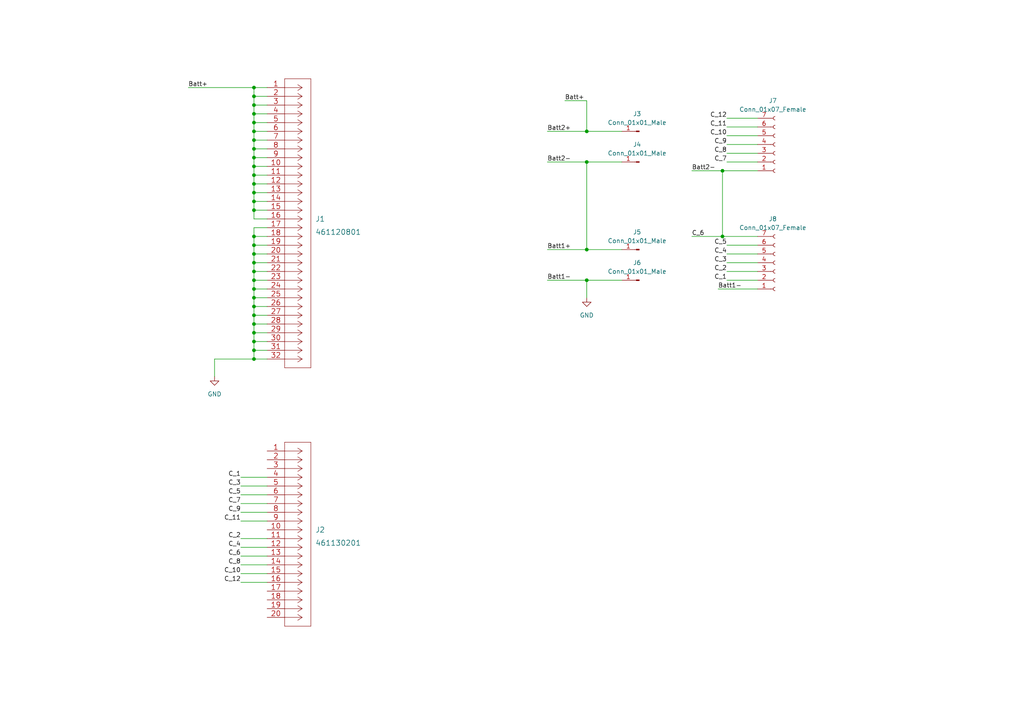
<source format=kicad_sch>
(kicad_sch (version 20211123) (generator eeschema)

  (uuid 2900de6d-bc51-4039-ab98-e4c308a6a215)

  (paper "A4")

  (lib_symbols
    (symbol "AERPAW:461120801" (pin_names (offset 0.254) hide) (in_bom yes) (on_board yes)
      (property "Reference" "J" (id 0) (at 8.89 6.35 0)
        (effects (font (size 1.524 1.524)))
      )
      (property "Value" "461120801" (id 1) (at 10.16 -40.64 0)
        (effects (font (size 1.524 1.524)))
      )
      (property "Footprint" "AERPAW:461120801" (id 2) (at 10.16 -42.164 0)
        (effects (font (size 1.524 1.524)) hide)
      )
      (property "Datasheet" "" (id 3) (at 0 0 0)
        (effects (font (size 1.524 1.524)))
      )
      (property "ki_fp_filters" "CON_461120801_MOL" (id 4) (at 0 0 0)
        (effects (font (size 1.27 1.27)) hide)
      )
      (symbol "461120801_1_1"
        (polyline
          (pts
            (xy 5.08 -81.28)
            (xy 12.7 -81.28)
          )
          (stroke (width 0.127) (type default) (color 0 0 0 0))
          (fill (type none))
        )
        (polyline
          (pts
            (xy 5.08 2.54)
            (xy 5.08 -81.28)
          )
          (stroke (width 0.127) (type default) (color 0 0 0 0))
          (fill (type none))
        )
        (polyline
          (pts
            (xy 10.16 -78.74)
            (xy 5.08 -78.74)
          )
          (stroke (width 0.127) (type default) (color 0 0 0 0))
          (fill (type none))
        )
        (polyline
          (pts
            (xy 10.16 -78.74)
            (xy 8.89 -79.5782)
          )
          (stroke (width 0.127) (type default) (color 0 0 0 0))
          (fill (type none))
        )
        (polyline
          (pts
            (xy 10.16 -78.74)
            (xy 8.89 -77.9018)
          )
          (stroke (width 0.127) (type default) (color 0 0 0 0))
          (fill (type none))
        )
        (polyline
          (pts
            (xy 10.16 -76.2)
            (xy 5.08 -76.2)
          )
          (stroke (width 0.127) (type default) (color 0 0 0 0))
          (fill (type none))
        )
        (polyline
          (pts
            (xy 10.16 -76.2)
            (xy 8.89 -77.0382)
          )
          (stroke (width 0.127) (type default) (color 0 0 0 0))
          (fill (type none))
        )
        (polyline
          (pts
            (xy 10.16 -76.2)
            (xy 8.89 -75.3618)
          )
          (stroke (width 0.127) (type default) (color 0 0 0 0))
          (fill (type none))
        )
        (polyline
          (pts
            (xy 10.16 -73.66)
            (xy 5.08 -73.66)
          )
          (stroke (width 0.127) (type default) (color 0 0 0 0))
          (fill (type none))
        )
        (polyline
          (pts
            (xy 10.16 -73.66)
            (xy 8.89 -74.4982)
          )
          (stroke (width 0.127) (type default) (color 0 0 0 0))
          (fill (type none))
        )
        (polyline
          (pts
            (xy 10.16 -73.66)
            (xy 8.89 -72.8218)
          )
          (stroke (width 0.127) (type default) (color 0 0 0 0))
          (fill (type none))
        )
        (polyline
          (pts
            (xy 10.16 -71.12)
            (xy 5.08 -71.12)
          )
          (stroke (width 0.127) (type default) (color 0 0 0 0))
          (fill (type none))
        )
        (polyline
          (pts
            (xy 10.16 -71.12)
            (xy 8.89 -71.9582)
          )
          (stroke (width 0.127) (type default) (color 0 0 0 0))
          (fill (type none))
        )
        (polyline
          (pts
            (xy 10.16 -71.12)
            (xy 8.89 -70.2818)
          )
          (stroke (width 0.127) (type default) (color 0 0 0 0))
          (fill (type none))
        )
        (polyline
          (pts
            (xy 10.16 -68.58)
            (xy 5.08 -68.58)
          )
          (stroke (width 0.127) (type default) (color 0 0 0 0))
          (fill (type none))
        )
        (polyline
          (pts
            (xy 10.16 -68.58)
            (xy 8.89 -69.4182)
          )
          (stroke (width 0.127) (type default) (color 0 0 0 0))
          (fill (type none))
        )
        (polyline
          (pts
            (xy 10.16 -68.58)
            (xy 8.89 -67.7418)
          )
          (stroke (width 0.127) (type default) (color 0 0 0 0))
          (fill (type none))
        )
        (polyline
          (pts
            (xy 10.16 -66.04)
            (xy 5.08 -66.04)
          )
          (stroke (width 0.127) (type default) (color 0 0 0 0))
          (fill (type none))
        )
        (polyline
          (pts
            (xy 10.16 -66.04)
            (xy 8.89 -66.8782)
          )
          (stroke (width 0.127) (type default) (color 0 0 0 0))
          (fill (type none))
        )
        (polyline
          (pts
            (xy 10.16 -66.04)
            (xy 8.89 -65.2018)
          )
          (stroke (width 0.127) (type default) (color 0 0 0 0))
          (fill (type none))
        )
        (polyline
          (pts
            (xy 10.16 -63.5)
            (xy 5.08 -63.5)
          )
          (stroke (width 0.127) (type default) (color 0 0 0 0))
          (fill (type none))
        )
        (polyline
          (pts
            (xy 10.16 -63.5)
            (xy 8.89 -64.3382)
          )
          (stroke (width 0.127) (type default) (color 0 0 0 0))
          (fill (type none))
        )
        (polyline
          (pts
            (xy 10.16 -63.5)
            (xy 8.89 -62.6618)
          )
          (stroke (width 0.127) (type default) (color 0 0 0 0))
          (fill (type none))
        )
        (polyline
          (pts
            (xy 10.16 -60.96)
            (xy 5.08 -60.96)
          )
          (stroke (width 0.127) (type default) (color 0 0 0 0))
          (fill (type none))
        )
        (polyline
          (pts
            (xy 10.16 -60.96)
            (xy 8.89 -61.7982)
          )
          (stroke (width 0.127) (type default) (color 0 0 0 0))
          (fill (type none))
        )
        (polyline
          (pts
            (xy 10.16 -60.96)
            (xy 8.89 -60.1218)
          )
          (stroke (width 0.127) (type default) (color 0 0 0 0))
          (fill (type none))
        )
        (polyline
          (pts
            (xy 10.16 -58.42)
            (xy 5.08 -58.42)
          )
          (stroke (width 0.127) (type default) (color 0 0 0 0))
          (fill (type none))
        )
        (polyline
          (pts
            (xy 10.16 -58.42)
            (xy 8.89 -59.2582)
          )
          (stroke (width 0.127) (type default) (color 0 0 0 0))
          (fill (type none))
        )
        (polyline
          (pts
            (xy 10.16 -58.42)
            (xy 8.89 -57.5818)
          )
          (stroke (width 0.127) (type default) (color 0 0 0 0))
          (fill (type none))
        )
        (polyline
          (pts
            (xy 10.16 -55.88)
            (xy 5.08 -55.88)
          )
          (stroke (width 0.127) (type default) (color 0 0 0 0))
          (fill (type none))
        )
        (polyline
          (pts
            (xy 10.16 -55.88)
            (xy 8.89 -56.7182)
          )
          (stroke (width 0.127) (type default) (color 0 0 0 0))
          (fill (type none))
        )
        (polyline
          (pts
            (xy 10.16 -55.88)
            (xy 8.89 -55.0418)
          )
          (stroke (width 0.127) (type default) (color 0 0 0 0))
          (fill (type none))
        )
        (polyline
          (pts
            (xy 10.16 -53.34)
            (xy 5.08 -53.34)
          )
          (stroke (width 0.127) (type default) (color 0 0 0 0))
          (fill (type none))
        )
        (polyline
          (pts
            (xy 10.16 -53.34)
            (xy 8.89 -54.1782)
          )
          (stroke (width 0.127) (type default) (color 0 0 0 0))
          (fill (type none))
        )
        (polyline
          (pts
            (xy 10.16 -53.34)
            (xy 8.89 -52.5018)
          )
          (stroke (width 0.127) (type default) (color 0 0 0 0))
          (fill (type none))
        )
        (polyline
          (pts
            (xy 10.16 -50.8)
            (xy 5.08 -50.8)
          )
          (stroke (width 0.127) (type default) (color 0 0 0 0))
          (fill (type none))
        )
        (polyline
          (pts
            (xy 10.16 -50.8)
            (xy 8.89 -51.6382)
          )
          (stroke (width 0.127) (type default) (color 0 0 0 0))
          (fill (type none))
        )
        (polyline
          (pts
            (xy 10.16 -50.8)
            (xy 8.89 -49.9618)
          )
          (stroke (width 0.127) (type default) (color 0 0 0 0))
          (fill (type none))
        )
        (polyline
          (pts
            (xy 10.16 -48.26)
            (xy 5.08 -48.26)
          )
          (stroke (width 0.127) (type default) (color 0 0 0 0))
          (fill (type none))
        )
        (polyline
          (pts
            (xy 10.16 -48.26)
            (xy 8.89 -49.0982)
          )
          (stroke (width 0.127) (type default) (color 0 0 0 0))
          (fill (type none))
        )
        (polyline
          (pts
            (xy 10.16 -48.26)
            (xy 8.89 -47.4218)
          )
          (stroke (width 0.127) (type default) (color 0 0 0 0))
          (fill (type none))
        )
        (polyline
          (pts
            (xy 10.16 -45.72)
            (xy 5.08 -45.72)
          )
          (stroke (width 0.127) (type default) (color 0 0 0 0))
          (fill (type none))
        )
        (polyline
          (pts
            (xy 10.16 -45.72)
            (xy 8.89 -46.5582)
          )
          (stroke (width 0.127) (type default) (color 0 0 0 0))
          (fill (type none))
        )
        (polyline
          (pts
            (xy 10.16 -45.72)
            (xy 8.89 -44.8818)
          )
          (stroke (width 0.127) (type default) (color 0 0 0 0))
          (fill (type none))
        )
        (polyline
          (pts
            (xy 10.16 -43.18)
            (xy 5.08 -43.18)
          )
          (stroke (width 0.127) (type default) (color 0 0 0 0))
          (fill (type none))
        )
        (polyline
          (pts
            (xy 10.16 -43.18)
            (xy 8.89 -44.0182)
          )
          (stroke (width 0.127) (type default) (color 0 0 0 0))
          (fill (type none))
        )
        (polyline
          (pts
            (xy 10.16 -43.18)
            (xy 8.89 -42.3418)
          )
          (stroke (width 0.127) (type default) (color 0 0 0 0))
          (fill (type none))
        )
        (polyline
          (pts
            (xy 10.16 -40.64)
            (xy 5.08 -40.64)
          )
          (stroke (width 0.127) (type default) (color 0 0 0 0))
          (fill (type none))
        )
        (polyline
          (pts
            (xy 10.16 -40.64)
            (xy 8.89 -41.4782)
          )
          (stroke (width 0.127) (type default) (color 0 0 0 0))
          (fill (type none))
        )
        (polyline
          (pts
            (xy 10.16 -40.64)
            (xy 8.89 -39.8018)
          )
          (stroke (width 0.127) (type default) (color 0 0 0 0))
          (fill (type none))
        )
        (polyline
          (pts
            (xy 10.16 -38.1)
            (xy 5.08 -38.1)
          )
          (stroke (width 0.127) (type default) (color 0 0 0 0))
          (fill (type none))
        )
        (polyline
          (pts
            (xy 10.16 -38.1)
            (xy 8.89 -38.9382)
          )
          (stroke (width 0.127) (type default) (color 0 0 0 0))
          (fill (type none))
        )
        (polyline
          (pts
            (xy 10.16 -38.1)
            (xy 8.89 -37.2618)
          )
          (stroke (width 0.127) (type default) (color 0 0 0 0))
          (fill (type none))
        )
        (polyline
          (pts
            (xy 10.16 -35.56)
            (xy 5.08 -35.56)
          )
          (stroke (width 0.127) (type default) (color 0 0 0 0))
          (fill (type none))
        )
        (polyline
          (pts
            (xy 10.16 -35.56)
            (xy 8.89 -36.3982)
          )
          (stroke (width 0.127) (type default) (color 0 0 0 0))
          (fill (type none))
        )
        (polyline
          (pts
            (xy 10.16 -35.56)
            (xy 8.89 -34.7218)
          )
          (stroke (width 0.127) (type default) (color 0 0 0 0))
          (fill (type none))
        )
        (polyline
          (pts
            (xy 10.16 -33.02)
            (xy 5.08 -33.02)
          )
          (stroke (width 0.127) (type default) (color 0 0 0 0))
          (fill (type none))
        )
        (polyline
          (pts
            (xy 10.16 -33.02)
            (xy 8.89 -33.8582)
          )
          (stroke (width 0.127) (type default) (color 0 0 0 0))
          (fill (type none))
        )
        (polyline
          (pts
            (xy 10.16 -33.02)
            (xy 8.89 -32.1818)
          )
          (stroke (width 0.127) (type default) (color 0 0 0 0))
          (fill (type none))
        )
        (polyline
          (pts
            (xy 10.16 -30.48)
            (xy 5.08 -30.48)
          )
          (stroke (width 0.127) (type default) (color 0 0 0 0))
          (fill (type none))
        )
        (polyline
          (pts
            (xy 10.16 -30.48)
            (xy 8.89 -31.3182)
          )
          (stroke (width 0.127) (type default) (color 0 0 0 0))
          (fill (type none))
        )
        (polyline
          (pts
            (xy 10.16 -30.48)
            (xy 8.89 -29.6418)
          )
          (stroke (width 0.127) (type default) (color 0 0 0 0))
          (fill (type none))
        )
        (polyline
          (pts
            (xy 10.16 -27.94)
            (xy 5.08 -27.94)
          )
          (stroke (width 0.127) (type default) (color 0 0 0 0))
          (fill (type none))
        )
        (polyline
          (pts
            (xy 10.16 -27.94)
            (xy 8.89 -28.7782)
          )
          (stroke (width 0.127) (type default) (color 0 0 0 0))
          (fill (type none))
        )
        (polyline
          (pts
            (xy 10.16 -27.94)
            (xy 8.89 -27.1018)
          )
          (stroke (width 0.127) (type default) (color 0 0 0 0))
          (fill (type none))
        )
        (polyline
          (pts
            (xy 10.16 -25.4)
            (xy 5.08 -25.4)
          )
          (stroke (width 0.127) (type default) (color 0 0 0 0))
          (fill (type none))
        )
        (polyline
          (pts
            (xy 10.16 -25.4)
            (xy 8.89 -26.2382)
          )
          (stroke (width 0.127) (type default) (color 0 0 0 0))
          (fill (type none))
        )
        (polyline
          (pts
            (xy 10.16 -25.4)
            (xy 8.89 -24.5618)
          )
          (stroke (width 0.127) (type default) (color 0 0 0 0))
          (fill (type none))
        )
        (polyline
          (pts
            (xy 10.16 -22.86)
            (xy 5.08 -22.86)
          )
          (stroke (width 0.127) (type default) (color 0 0 0 0))
          (fill (type none))
        )
        (polyline
          (pts
            (xy 10.16 -22.86)
            (xy 8.89 -23.6982)
          )
          (stroke (width 0.127) (type default) (color 0 0 0 0))
          (fill (type none))
        )
        (polyline
          (pts
            (xy 10.16 -22.86)
            (xy 8.89 -22.0218)
          )
          (stroke (width 0.127) (type default) (color 0 0 0 0))
          (fill (type none))
        )
        (polyline
          (pts
            (xy 10.16 -20.32)
            (xy 5.08 -20.32)
          )
          (stroke (width 0.127) (type default) (color 0 0 0 0))
          (fill (type none))
        )
        (polyline
          (pts
            (xy 10.16 -20.32)
            (xy 8.89 -21.1582)
          )
          (stroke (width 0.127) (type default) (color 0 0 0 0))
          (fill (type none))
        )
        (polyline
          (pts
            (xy 10.16 -20.32)
            (xy 8.89 -19.4818)
          )
          (stroke (width 0.127) (type default) (color 0 0 0 0))
          (fill (type none))
        )
        (polyline
          (pts
            (xy 10.16 -17.78)
            (xy 5.08 -17.78)
          )
          (stroke (width 0.127) (type default) (color 0 0 0 0))
          (fill (type none))
        )
        (polyline
          (pts
            (xy 10.16 -17.78)
            (xy 8.89 -18.6182)
          )
          (stroke (width 0.127) (type default) (color 0 0 0 0))
          (fill (type none))
        )
        (polyline
          (pts
            (xy 10.16 -17.78)
            (xy 8.89 -16.9418)
          )
          (stroke (width 0.127) (type default) (color 0 0 0 0))
          (fill (type none))
        )
        (polyline
          (pts
            (xy 10.16 -15.24)
            (xy 5.08 -15.24)
          )
          (stroke (width 0.127) (type default) (color 0 0 0 0))
          (fill (type none))
        )
        (polyline
          (pts
            (xy 10.16 -15.24)
            (xy 8.89 -16.0782)
          )
          (stroke (width 0.127) (type default) (color 0 0 0 0))
          (fill (type none))
        )
        (polyline
          (pts
            (xy 10.16 -15.24)
            (xy 8.89 -14.4018)
          )
          (stroke (width 0.127) (type default) (color 0 0 0 0))
          (fill (type none))
        )
        (polyline
          (pts
            (xy 10.16 -12.7)
            (xy 5.08 -12.7)
          )
          (stroke (width 0.127) (type default) (color 0 0 0 0))
          (fill (type none))
        )
        (polyline
          (pts
            (xy 10.16 -12.7)
            (xy 8.89 -13.5382)
          )
          (stroke (width 0.127) (type default) (color 0 0 0 0))
          (fill (type none))
        )
        (polyline
          (pts
            (xy 10.16 -12.7)
            (xy 8.89 -11.8618)
          )
          (stroke (width 0.127) (type default) (color 0 0 0 0))
          (fill (type none))
        )
        (polyline
          (pts
            (xy 10.16 -10.16)
            (xy 5.08 -10.16)
          )
          (stroke (width 0.127) (type default) (color 0 0 0 0))
          (fill (type none))
        )
        (polyline
          (pts
            (xy 10.16 -10.16)
            (xy 8.89 -10.9982)
          )
          (stroke (width 0.127) (type default) (color 0 0 0 0))
          (fill (type none))
        )
        (polyline
          (pts
            (xy 10.16 -10.16)
            (xy 8.89 -9.3218)
          )
          (stroke (width 0.127) (type default) (color 0 0 0 0))
          (fill (type none))
        )
        (polyline
          (pts
            (xy 10.16 -7.62)
            (xy 5.08 -7.62)
          )
          (stroke (width 0.127) (type default) (color 0 0 0 0))
          (fill (type none))
        )
        (polyline
          (pts
            (xy 10.16 -7.62)
            (xy 8.89 -8.4582)
          )
          (stroke (width 0.127) (type default) (color 0 0 0 0))
          (fill (type none))
        )
        (polyline
          (pts
            (xy 10.16 -7.62)
            (xy 8.89 -6.7818)
          )
          (stroke (width 0.127) (type default) (color 0 0 0 0))
          (fill (type none))
        )
        (polyline
          (pts
            (xy 10.16 -5.08)
            (xy 5.08 -5.08)
          )
          (stroke (width 0.127) (type default) (color 0 0 0 0))
          (fill (type none))
        )
        (polyline
          (pts
            (xy 10.16 -5.08)
            (xy 8.89 -5.9182)
          )
          (stroke (width 0.127) (type default) (color 0 0 0 0))
          (fill (type none))
        )
        (polyline
          (pts
            (xy 10.16 -5.08)
            (xy 8.89 -4.2418)
          )
          (stroke (width 0.127) (type default) (color 0 0 0 0))
          (fill (type none))
        )
        (polyline
          (pts
            (xy 10.16 -2.54)
            (xy 5.08 -2.54)
          )
          (stroke (width 0.127) (type default) (color 0 0 0 0))
          (fill (type none))
        )
        (polyline
          (pts
            (xy 10.16 -2.54)
            (xy 8.89 -3.3782)
          )
          (stroke (width 0.127) (type default) (color 0 0 0 0))
          (fill (type none))
        )
        (polyline
          (pts
            (xy 10.16 -2.54)
            (xy 8.89 -1.7018)
          )
          (stroke (width 0.127) (type default) (color 0 0 0 0))
          (fill (type none))
        )
        (polyline
          (pts
            (xy 10.16 0)
            (xy 5.08 0)
          )
          (stroke (width 0.127) (type default) (color 0 0 0 0))
          (fill (type none))
        )
        (polyline
          (pts
            (xy 10.16 0)
            (xy 8.89 -0.8382)
          )
          (stroke (width 0.127) (type default) (color 0 0 0 0))
          (fill (type none))
        )
        (polyline
          (pts
            (xy 10.16 0)
            (xy 8.89 0.8382)
          )
          (stroke (width 0.127) (type default) (color 0 0 0 0))
          (fill (type none))
        )
        (polyline
          (pts
            (xy 12.7 -81.28)
            (xy 12.7 2.54)
          )
          (stroke (width 0.127) (type default) (color 0 0 0 0))
          (fill (type none))
        )
        (polyline
          (pts
            (xy 12.7 2.54)
            (xy 5.08 2.54)
          )
          (stroke (width 0.127) (type default) (color 0 0 0 0))
          (fill (type none))
        )
        (pin unspecified line (at 0 0 0) (length 5.08)
          (name "1" (effects (font (size 1.4986 1.4986))))
          (number "1" (effects (font (size 1.4986 1.4986))))
        )
        (pin unspecified line (at 0 -22.86 0) (length 5.08)
          (name "10" (effects (font (size 1.4986 1.4986))))
          (number "10" (effects (font (size 1.4986 1.4986))))
        )
        (pin unspecified line (at 0 -25.4 0) (length 5.08)
          (name "11" (effects (font (size 1.4986 1.4986))))
          (number "11" (effects (font (size 1.4986 1.4986))))
        )
        (pin unspecified line (at 0 -27.94 0) (length 5.08)
          (name "12" (effects (font (size 1.4986 1.4986))))
          (number "12" (effects (font (size 1.4986 1.4986))))
        )
        (pin unspecified line (at 0 -30.48 0) (length 5.08)
          (name "13" (effects (font (size 1.4986 1.4986))))
          (number "13" (effects (font (size 1.4986 1.4986))))
        )
        (pin unspecified line (at 0 -33.02 0) (length 5.08)
          (name "14" (effects (font (size 1.4986 1.4986))))
          (number "14" (effects (font (size 1.4986 1.4986))))
        )
        (pin unspecified line (at 0 -35.56 0) (length 5.08)
          (name "15" (effects (font (size 1.4986 1.4986))))
          (number "15" (effects (font (size 1.4986 1.4986))))
        )
        (pin unspecified line (at 0 -38.1 0) (length 5.08)
          (name "16" (effects (font (size 1.4986 1.4986))))
          (number "16" (effects (font (size 1.4986 1.4986))))
        )
        (pin unspecified line (at 0 -40.64 0) (length 5.08)
          (name "17" (effects (font (size 1.4986 1.4986))))
          (number "17" (effects (font (size 1.4986 1.4986))))
        )
        (pin unspecified line (at 0 -43.18 0) (length 5.08)
          (name "18" (effects (font (size 1.4986 1.4986))))
          (number "18" (effects (font (size 1.4986 1.4986))))
        )
        (pin unspecified line (at 0 -45.72 0) (length 5.08)
          (name "19" (effects (font (size 1.4986 1.4986))))
          (number "19" (effects (font (size 1.4986 1.4986))))
        )
        (pin unspecified line (at 0 -2.54 0) (length 5.08)
          (name "2" (effects (font (size 1.4986 1.4986))))
          (number "2" (effects (font (size 1.4986 1.4986))))
        )
        (pin unspecified line (at 0 -48.26 0) (length 5.08)
          (name "20" (effects (font (size 1.4986 1.4986))))
          (number "20" (effects (font (size 1.4986 1.4986))))
        )
        (pin unspecified line (at 0 -50.8 0) (length 5.08)
          (name "21" (effects (font (size 1.4986 1.4986))))
          (number "21" (effects (font (size 1.4986 1.4986))))
        )
        (pin unspecified line (at 0 -53.34 0) (length 5.08)
          (name "22" (effects (font (size 1.4986 1.4986))))
          (number "22" (effects (font (size 1.4986 1.4986))))
        )
        (pin unspecified line (at 0 -55.88 0) (length 5.08)
          (name "23" (effects (font (size 1.4986 1.4986))))
          (number "23" (effects (font (size 1.4986 1.4986))))
        )
        (pin unspecified line (at 0 -58.42 0) (length 5.08)
          (name "24" (effects (font (size 1.4986 1.4986))))
          (number "24" (effects (font (size 1.4986 1.4986))))
        )
        (pin unspecified line (at 0 -60.96 0) (length 5.08)
          (name "25" (effects (font (size 1.4986 1.4986))))
          (number "25" (effects (font (size 1.4986 1.4986))))
        )
        (pin unspecified line (at 0 -63.5 0) (length 5.08)
          (name "26" (effects (font (size 1.4986 1.4986))))
          (number "26" (effects (font (size 1.4986 1.4986))))
        )
        (pin unspecified line (at 0 -66.04 0) (length 5.08)
          (name "27" (effects (font (size 1.4986 1.4986))))
          (number "27" (effects (font (size 1.4986 1.4986))))
        )
        (pin unspecified line (at 0 -68.58 0) (length 5.08)
          (name "28" (effects (font (size 1.4986 1.4986))))
          (number "28" (effects (font (size 1.4986 1.4986))))
        )
        (pin unspecified line (at 0 -71.12 0) (length 5.08)
          (name "29" (effects (font (size 1.4986 1.4986))))
          (number "29" (effects (font (size 1.4986 1.4986))))
        )
        (pin unspecified line (at 0 -5.08 0) (length 5.08)
          (name "3" (effects (font (size 1.4986 1.4986))))
          (number "3" (effects (font (size 1.4986 1.4986))))
        )
        (pin unspecified line (at 0 -73.66 0) (length 5.08)
          (name "30" (effects (font (size 1.4986 1.4986))))
          (number "30" (effects (font (size 1.4986 1.4986))))
        )
        (pin unspecified line (at 0 -76.2 0) (length 5.08)
          (name "31" (effects (font (size 1.4986 1.4986))))
          (number "31" (effects (font (size 1.4986 1.4986))))
        )
        (pin unspecified line (at 0 -78.74 0) (length 5.08)
          (name "32" (effects (font (size 1.4986 1.4986))))
          (number "32" (effects (font (size 1.4986 1.4986))))
        )
        (pin unspecified line (at 0 -7.62 0) (length 5.08)
          (name "4" (effects (font (size 1.4986 1.4986))))
          (number "4" (effects (font (size 1.4986 1.4986))))
        )
        (pin unspecified line (at 0 -10.16 0) (length 5.08)
          (name "5" (effects (font (size 1.4986 1.4986))))
          (number "5" (effects (font (size 1.4986 1.4986))))
        )
        (pin unspecified line (at 0 -12.7 0) (length 5.08)
          (name "6" (effects (font (size 1.4986 1.4986))))
          (number "6" (effects (font (size 1.4986 1.4986))))
        )
        (pin unspecified line (at 0 -15.24 0) (length 5.08)
          (name "7" (effects (font (size 1.4986 1.4986))))
          (number "7" (effects (font (size 1.4986 1.4986))))
        )
        (pin unspecified line (at 0 -17.78 0) (length 5.08)
          (name "8" (effects (font (size 1.4986 1.4986))))
          (number "8" (effects (font (size 1.4986 1.4986))))
        )
        (pin unspecified line (at 0 -20.32 0) (length 5.08)
          (name "9" (effects (font (size 1.4986 1.4986))))
          (number "9" (effects (font (size 1.4986 1.4986))))
        )
      )
    )
    (symbol "AERPAW:461130201" (pin_names (offset 0.254) hide) (in_bom yes) (on_board yes)
      (property "Reference" "J" (id 0) (at 8.89 6.35 0)
        (effects (font (size 1.524 1.524)))
      )
      (property "Value" "461130201" (id 1) (at 10.16 -25.4 0)
        (effects (font (size 1.524 1.524)))
      )
      (property "Footprint" "AERPAW:461130201" (id 2) (at 10.16 -26.924 0)
        (effects (font (size 1.524 1.524)) hide)
      )
      (property "Datasheet" "" (id 3) (at 0 0 0)
        (effects (font (size 1.524 1.524)))
      )
      (property "ki_fp_filters" "CON_461130201" (id 4) (at 0 0 0)
        (effects (font (size 1.27 1.27)) hide)
      )
      (symbol "461130201_1_1"
        (polyline
          (pts
            (xy 5.08 -50.8)
            (xy 12.7 -50.8)
          )
          (stroke (width 0.127) (type default) (color 0 0 0 0))
          (fill (type none))
        )
        (polyline
          (pts
            (xy 5.08 2.54)
            (xy 5.08 -50.8)
          )
          (stroke (width 0.127) (type default) (color 0 0 0 0))
          (fill (type none))
        )
        (polyline
          (pts
            (xy 10.16 -48.26)
            (xy 5.08 -48.26)
          )
          (stroke (width 0.127) (type default) (color 0 0 0 0))
          (fill (type none))
        )
        (polyline
          (pts
            (xy 10.16 -48.26)
            (xy 8.89 -49.0982)
          )
          (stroke (width 0.127) (type default) (color 0 0 0 0))
          (fill (type none))
        )
        (polyline
          (pts
            (xy 10.16 -48.26)
            (xy 8.89 -47.4218)
          )
          (stroke (width 0.127) (type default) (color 0 0 0 0))
          (fill (type none))
        )
        (polyline
          (pts
            (xy 10.16 -45.72)
            (xy 5.08 -45.72)
          )
          (stroke (width 0.127) (type default) (color 0 0 0 0))
          (fill (type none))
        )
        (polyline
          (pts
            (xy 10.16 -45.72)
            (xy 8.89 -46.5582)
          )
          (stroke (width 0.127) (type default) (color 0 0 0 0))
          (fill (type none))
        )
        (polyline
          (pts
            (xy 10.16 -45.72)
            (xy 8.89 -44.8818)
          )
          (stroke (width 0.127) (type default) (color 0 0 0 0))
          (fill (type none))
        )
        (polyline
          (pts
            (xy 10.16 -43.18)
            (xy 5.08 -43.18)
          )
          (stroke (width 0.127) (type default) (color 0 0 0 0))
          (fill (type none))
        )
        (polyline
          (pts
            (xy 10.16 -43.18)
            (xy 8.89 -44.0182)
          )
          (stroke (width 0.127) (type default) (color 0 0 0 0))
          (fill (type none))
        )
        (polyline
          (pts
            (xy 10.16 -43.18)
            (xy 8.89 -42.3418)
          )
          (stroke (width 0.127) (type default) (color 0 0 0 0))
          (fill (type none))
        )
        (polyline
          (pts
            (xy 10.16 -40.64)
            (xy 5.08 -40.64)
          )
          (stroke (width 0.127) (type default) (color 0 0 0 0))
          (fill (type none))
        )
        (polyline
          (pts
            (xy 10.16 -40.64)
            (xy 8.89 -41.4782)
          )
          (stroke (width 0.127) (type default) (color 0 0 0 0))
          (fill (type none))
        )
        (polyline
          (pts
            (xy 10.16 -40.64)
            (xy 8.89 -39.8018)
          )
          (stroke (width 0.127) (type default) (color 0 0 0 0))
          (fill (type none))
        )
        (polyline
          (pts
            (xy 10.16 -38.1)
            (xy 5.08 -38.1)
          )
          (stroke (width 0.127) (type default) (color 0 0 0 0))
          (fill (type none))
        )
        (polyline
          (pts
            (xy 10.16 -38.1)
            (xy 8.89 -38.9382)
          )
          (stroke (width 0.127) (type default) (color 0 0 0 0))
          (fill (type none))
        )
        (polyline
          (pts
            (xy 10.16 -38.1)
            (xy 8.89 -37.2618)
          )
          (stroke (width 0.127) (type default) (color 0 0 0 0))
          (fill (type none))
        )
        (polyline
          (pts
            (xy 10.16 -35.56)
            (xy 5.08 -35.56)
          )
          (stroke (width 0.127) (type default) (color 0 0 0 0))
          (fill (type none))
        )
        (polyline
          (pts
            (xy 10.16 -35.56)
            (xy 8.89 -36.3982)
          )
          (stroke (width 0.127) (type default) (color 0 0 0 0))
          (fill (type none))
        )
        (polyline
          (pts
            (xy 10.16 -35.56)
            (xy 8.89 -34.7218)
          )
          (stroke (width 0.127) (type default) (color 0 0 0 0))
          (fill (type none))
        )
        (polyline
          (pts
            (xy 10.16 -33.02)
            (xy 5.08 -33.02)
          )
          (stroke (width 0.127) (type default) (color 0 0 0 0))
          (fill (type none))
        )
        (polyline
          (pts
            (xy 10.16 -33.02)
            (xy 8.89 -33.8582)
          )
          (stroke (width 0.127) (type default) (color 0 0 0 0))
          (fill (type none))
        )
        (polyline
          (pts
            (xy 10.16 -33.02)
            (xy 8.89 -32.1818)
          )
          (stroke (width 0.127) (type default) (color 0 0 0 0))
          (fill (type none))
        )
        (polyline
          (pts
            (xy 10.16 -30.48)
            (xy 5.08 -30.48)
          )
          (stroke (width 0.127) (type default) (color 0 0 0 0))
          (fill (type none))
        )
        (polyline
          (pts
            (xy 10.16 -30.48)
            (xy 8.89 -31.3182)
          )
          (stroke (width 0.127) (type default) (color 0 0 0 0))
          (fill (type none))
        )
        (polyline
          (pts
            (xy 10.16 -30.48)
            (xy 8.89 -29.6418)
          )
          (stroke (width 0.127) (type default) (color 0 0 0 0))
          (fill (type none))
        )
        (polyline
          (pts
            (xy 10.16 -27.94)
            (xy 5.08 -27.94)
          )
          (stroke (width 0.127) (type default) (color 0 0 0 0))
          (fill (type none))
        )
        (polyline
          (pts
            (xy 10.16 -27.94)
            (xy 8.89 -28.7782)
          )
          (stroke (width 0.127) (type default) (color 0 0 0 0))
          (fill (type none))
        )
        (polyline
          (pts
            (xy 10.16 -27.94)
            (xy 8.89 -27.1018)
          )
          (stroke (width 0.127) (type default) (color 0 0 0 0))
          (fill (type none))
        )
        (polyline
          (pts
            (xy 10.16 -25.4)
            (xy 5.08 -25.4)
          )
          (stroke (width 0.127) (type default) (color 0 0 0 0))
          (fill (type none))
        )
        (polyline
          (pts
            (xy 10.16 -25.4)
            (xy 8.89 -26.2382)
          )
          (stroke (width 0.127) (type default) (color 0 0 0 0))
          (fill (type none))
        )
        (polyline
          (pts
            (xy 10.16 -25.4)
            (xy 8.89 -24.5618)
          )
          (stroke (width 0.127) (type default) (color 0 0 0 0))
          (fill (type none))
        )
        (polyline
          (pts
            (xy 10.16 -22.86)
            (xy 5.08 -22.86)
          )
          (stroke (width 0.127) (type default) (color 0 0 0 0))
          (fill (type none))
        )
        (polyline
          (pts
            (xy 10.16 -22.86)
            (xy 8.89 -23.6982)
          )
          (stroke (width 0.127) (type default) (color 0 0 0 0))
          (fill (type none))
        )
        (polyline
          (pts
            (xy 10.16 -22.86)
            (xy 8.89 -22.0218)
          )
          (stroke (width 0.127) (type default) (color 0 0 0 0))
          (fill (type none))
        )
        (polyline
          (pts
            (xy 10.16 -20.32)
            (xy 5.08 -20.32)
          )
          (stroke (width 0.127) (type default) (color 0 0 0 0))
          (fill (type none))
        )
        (polyline
          (pts
            (xy 10.16 -20.32)
            (xy 8.89 -21.1582)
          )
          (stroke (width 0.127) (type default) (color 0 0 0 0))
          (fill (type none))
        )
        (polyline
          (pts
            (xy 10.16 -20.32)
            (xy 8.89 -19.4818)
          )
          (stroke (width 0.127) (type default) (color 0 0 0 0))
          (fill (type none))
        )
        (polyline
          (pts
            (xy 10.16 -17.78)
            (xy 5.08 -17.78)
          )
          (stroke (width 0.127) (type default) (color 0 0 0 0))
          (fill (type none))
        )
        (polyline
          (pts
            (xy 10.16 -17.78)
            (xy 8.89 -18.6182)
          )
          (stroke (width 0.127) (type default) (color 0 0 0 0))
          (fill (type none))
        )
        (polyline
          (pts
            (xy 10.16 -17.78)
            (xy 8.89 -16.9418)
          )
          (stroke (width 0.127) (type default) (color 0 0 0 0))
          (fill (type none))
        )
        (polyline
          (pts
            (xy 10.16 -15.24)
            (xy 5.08 -15.24)
          )
          (stroke (width 0.127) (type default) (color 0 0 0 0))
          (fill (type none))
        )
        (polyline
          (pts
            (xy 10.16 -15.24)
            (xy 8.89 -16.0782)
          )
          (stroke (width 0.127) (type default) (color 0 0 0 0))
          (fill (type none))
        )
        (polyline
          (pts
            (xy 10.16 -15.24)
            (xy 8.89 -14.4018)
          )
          (stroke (width 0.127) (type default) (color 0 0 0 0))
          (fill (type none))
        )
        (polyline
          (pts
            (xy 10.16 -12.7)
            (xy 5.08 -12.7)
          )
          (stroke (width 0.127) (type default) (color 0 0 0 0))
          (fill (type none))
        )
        (polyline
          (pts
            (xy 10.16 -12.7)
            (xy 8.89 -13.5382)
          )
          (stroke (width 0.127) (type default) (color 0 0 0 0))
          (fill (type none))
        )
        (polyline
          (pts
            (xy 10.16 -12.7)
            (xy 8.89 -11.8618)
          )
          (stroke (width 0.127) (type default) (color 0 0 0 0))
          (fill (type none))
        )
        (polyline
          (pts
            (xy 10.16 -10.16)
            (xy 5.08 -10.16)
          )
          (stroke (width 0.127) (type default) (color 0 0 0 0))
          (fill (type none))
        )
        (polyline
          (pts
            (xy 10.16 -10.16)
            (xy 8.89 -10.9982)
          )
          (stroke (width 0.127) (type default) (color 0 0 0 0))
          (fill (type none))
        )
        (polyline
          (pts
            (xy 10.16 -10.16)
            (xy 8.89 -9.3218)
          )
          (stroke (width 0.127) (type default) (color 0 0 0 0))
          (fill (type none))
        )
        (polyline
          (pts
            (xy 10.16 -7.62)
            (xy 5.08 -7.62)
          )
          (stroke (width 0.127) (type default) (color 0 0 0 0))
          (fill (type none))
        )
        (polyline
          (pts
            (xy 10.16 -7.62)
            (xy 8.89 -8.4582)
          )
          (stroke (width 0.127) (type default) (color 0 0 0 0))
          (fill (type none))
        )
        (polyline
          (pts
            (xy 10.16 -7.62)
            (xy 8.89 -6.7818)
          )
          (stroke (width 0.127) (type default) (color 0 0 0 0))
          (fill (type none))
        )
        (polyline
          (pts
            (xy 10.16 -5.08)
            (xy 5.08 -5.08)
          )
          (stroke (width 0.127) (type default) (color 0 0 0 0))
          (fill (type none))
        )
        (polyline
          (pts
            (xy 10.16 -5.08)
            (xy 8.89 -5.9182)
          )
          (stroke (width 0.127) (type default) (color 0 0 0 0))
          (fill (type none))
        )
        (polyline
          (pts
            (xy 10.16 -5.08)
            (xy 8.89 -4.2418)
          )
          (stroke (width 0.127) (type default) (color 0 0 0 0))
          (fill (type none))
        )
        (polyline
          (pts
            (xy 10.16 -2.54)
            (xy 5.08 -2.54)
          )
          (stroke (width 0.127) (type default) (color 0 0 0 0))
          (fill (type none))
        )
        (polyline
          (pts
            (xy 10.16 -2.54)
            (xy 8.89 -3.3782)
          )
          (stroke (width 0.127) (type default) (color 0 0 0 0))
          (fill (type none))
        )
        (polyline
          (pts
            (xy 10.16 -2.54)
            (xy 8.89 -1.7018)
          )
          (stroke (width 0.127) (type default) (color 0 0 0 0))
          (fill (type none))
        )
        (polyline
          (pts
            (xy 10.16 0)
            (xy 5.08 0)
          )
          (stroke (width 0.127) (type default) (color 0 0 0 0))
          (fill (type none))
        )
        (polyline
          (pts
            (xy 10.16 0)
            (xy 8.89 -0.8382)
          )
          (stroke (width 0.127) (type default) (color 0 0 0 0))
          (fill (type none))
        )
        (polyline
          (pts
            (xy 10.16 0)
            (xy 8.89 0.8382)
          )
          (stroke (width 0.127) (type default) (color 0 0 0 0))
          (fill (type none))
        )
        (polyline
          (pts
            (xy 12.7 -50.8)
            (xy 12.7 2.54)
          )
          (stroke (width 0.127) (type default) (color 0 0 0 0))
          (fill (type none))
        )
        (polyline
          (pts
            (xy 12.7 2.54)
            (xy 5.08 2.54)
          )
          (stroke (width 0.127) (type default) (color 0 0 0 0))
          (fill (type none))
        )
        (pin unspecified line (at 0 0 0) (length 5.08)
          (name "1" (effects (font (size 1.4986 1.4986))))
          (number "1" (effects (font (size 1.4986 1.4986))))
        )
        (pin unspecified line (at 0 -22.86 0) (length 5.08)
          (name "10" (effects (font (size 1.4986 1.4986))))
          (number "10" (effects (font (size 1.4986 1.4986))))
        )
        (pin unspecified line (at 0 -25.4 0) (length 5.08)
          (name "11" (effects (font (size 1.4986 1.4986))))
          (number "11" (effects (font (size 1.4986 1.4986))))
        )
        (pin unspecified line (at 0 -27.94 0) (length 5.08)
          (name "12" (effects (font (size 1.4986 1.4986))))
          (number "12" (effects (font (size 1.4986 1.4986))))
        )
        (pin unspecified line (at 0 -30.48 0) (length 5.08)
          (name "13" (effects (font (size 1.4986 1.4986))))
          (number "13" (effects (font (size 1.4986 1.4986))))
        )
        (pin unspecified line (at 0 -33.02 0) (length 5.08)
          (name "14" (effects (font (size 1.4986 1.4986))))
          (number "14" (effects (font (size 1.4986 1.4986))))
        )
        (pin unspecified line (at 0 -35.56 0) (length 5.08)
          (name "15" (effects (font (size 1.4986 1.4986))))
          (number "15" (effects (font (size 1.4986 1.4986))))
        )
        (pin unspecified line (at 0 -38.1 0) (length 5.08)
          (name "16" (effects (font (size 1.4986 1.4986))))
          (number "16" (effects (font (size 1.4986 1.4986))))
        )
        (pin unspecified line (at 0 -40.64 0) (length 5.08)
          (name "17" (effects (font (size 1.4986 1.4986))))
          (number "17" (effects (font (size 1.4986 1.4986))))
        )
        (pin unspecified line (at 0 -43.18 0) (length 5.08)
          (name "18" (effects (font (size 1.4986 1.4986))))
          (number "18" (effects (font (size 1.4986 1.4986))))
        )
        (pin unspecified line (at 0 -45.72 0) (length 5.08)
          (name "19" (effects (font (size 1.4986 1.4986))))
          (number "19" (effects (font (size 1.4986 1.4986))))
        )
        (pin unspecified line (at 0 -2.54 0) (length 5.08)
          (name "2" (effects (font (size 1.4986 1.4986))))
          (number "2" (effects (font (size 1.4986 1.4986))))
        )
        (pin unspecified line (at 0 -48.26 0) (length 5.08)
          (name "20" (effects (font (size 1.4986 1.4986))))
          (number "20" (effects (font (size 1.4986 1.4986))))
        )
        (pin unspecified line (at 0 -5.08 0) (length 5.08)
          (name "3" (effects (font (size 1.4986 1.4986))))
          (number "3" (effects (font (size 1.4986 1.4986))))
        )
        (pin unspecified line (at 0 -7.62 0) (length 5.08)
          (name "4" (effects (font (size 1.4986 1.4986))))
          (number "4" (effects (font (size 1.4986 1.4986))))
        )
        (pin unspecified line (at 0 -10.16 0) (length 5.08)
          (name "5" (effects (font (size 1.4986 1.4986))))
          (number "5" (effects (font (size 1.4986 1.4986))))
        )
        (pin unspecified line (at 0 -12.7 0) (length 5.08)
          (name "6" (effects (font (size 1.4986 1.4986))))
          (number "6" (effects (font (size 1.4986 1.4986))))
        )
        (pin unspecified line (at 0 -15.24 0) (length 5.08)
          (name "7" (effects (font (size 1.4986 1.4986))))
          (number "7" (effects (font (size 1.4986 1.4986))))
        )
        (pin unspecified line (at 0 -17.78 0) (length 5.08)
          (name "8" (effects (font (size 1.4986 1.4986))))
          (number "8" (effects (font (size 1.4986 1.4986))))
        )
        (pin unspecified line (at 0 -20.32 0) (length 5.08)
          (name "9" (effects (font (size 1.4986 1.4986))))
          (number "9" (effects (font (size 1.4986 1.4986))))
        )
      )
    )
    (symbol "Connector:Conn_01x01_Male" (pin_names (offset 1.016) hide) (in_bom yes) (on_board yes)
      (property "Reference" "J" (id 0) (at 0 2.54 0)
        (effects (font (size 1.27 1.27)))
      )
      (property "Value" "Conn_01x01_Male" (id 1) (at 0 -2.54 0)
        (effects (font (size 1.27 1.27)))
      )
      (property "Footprint" "" (id 2) (at 0 0 0)
        (effects (font (size 1.27 1.27)) hide)
      )
      (property "Datasheet" "~" (id 3) (at 0 0 0)
        (effects (font (size 1.27 1.27)) hide)
      )
      (property "ki_keywords" "connector" (id 4) (at 0 0 0)
        (effects (font (size 1.27 1.27)) hide)
      )
      (property "ki_description" "Generic connector, single row, 01x01, script generated (kicad-library-utils/schlib/autogen/connector/)" (id 5) (at 0 0 0)
        (effects (font (size 1.27 1.27)) hide)
      )
      (property "ki_fp_filters" "Connector*:*" (id 6) (at 0 0 0)
        (effects (font (size 1.27 1.27)) hide)
      )
      (symbol "Conn_01x01_Male_1_1"
        (polyline
          (pts
            (xy 1.27 0)
            (xy 0.8636 0)
          )
          (stroke (width 0.1524) (type default) (color 0 0 0 0))
          (fill (type none))
        )
        (rectangle (start 0.8636 0.127) (end 0 -0.127)
          (stroke (width 0.1524) (type default) (color 0 0 0 0))
          (fill (type outline))
        )
        (pin passive line (at 5.08 0 180) (length 3.81)
          (name "Pin_1" (effects (font (size 1.27 1.27))))
          (number "1" (effects (font (size 1.27 1.27))))
        )
      )
    )
    (symbol "Connector:Conn_01x07_Female" (pin_names (offset 1.016) hide) (in_bom yes) (on_board yes)
      (property "Reference" "J" (id 0) (at 0 10.16 0)
        (effects (font (size 1.27 1.27)))
      )
      (property "Value" "Conn_01x07_Female" (id 1) (at 0 -10.16 0)
        (effects (font (size 1.27 1.27)))
      )
      (property "Footprint" "" (id 2) (at 0 0 0)
        (effects (font (size 1.27 1.27)) hide)
      )
      (property "Datasheet" "~" (id 3) (at 0 0 0)
        (effects (font (size 1.27 1.27)) hide)
      )
      (property "ki_keywords" "connector" (id 4) (at 0 0 0)
        (effects (font (size 1.27 1.27)) hide)
      )
      (property "ki_description" "Generic connector, single row, 01x07, script generated (kicad-library-utils/schlib/autogen/connector/)" (id 5) (at 0 0 0)
        (effects (font (size 1.27 1.27)) hide)
      )
      (property "ki_fp_filters" "Connector*:*_1x??_*" (id 6) (at 0 0 0)
        (effects (font (size 1.27 1.27)) hide)
      )
      (symbol "Conn_01x07_Female_1_1"
        (arc (start 0 -7.112) (mid -0.508 -7.62) (end 0 -8.128)
          (stroke (width 0.1524) (type default) (color 0 0 0 0))
          (fill (type none))
        )
        (arc (start 0 -4.572) (mid -0.508 -5.08) (end 0 -5.588)
          (stroke (width 0.1524) (type default) (color 0 0 0 0))
          (fill (type none))
        )
        (arc (start 0 -2.032) (mid -0.508 -2.54) (end 0 -3.048)
          (stroke (width 0.1524) (type default) (color 0 0 0 0))
          (fill (type none))
        )
        (polyline
          (pts
            (xy -1.27 -7.62)
            (xy -0.508 -7.62)
          )
          (stroke (width 0.1524) (type default) (color 0 0 0 0))
          (fill (type none))
        )
        (polyline
          (pts
            (xy -1.27 -5.08)
            (xy -0.508 -5.08)
          )
          (stroke (width 0.1524) (type default) (color 0 0 0 0))
          (fill (type none))
        )
        (polyline
          (pts
            (xy -1.27 -2.54)
            (xy -0.508 -2.54)
          )
          (stroke (width 0.1524) (type default) (color 0 0 0 0))
          (fill (type none))
        )
        (polyline
          (pts
            (xy -1.27 0)
            (xy -0.508 0)
          )
          (stroke (width 0.1524) (type default) (color 0 0 0 0))
          (fill (type none))
        )
        (polyline
          (pts
            (xy -1.27 2.54)
            (xy -0.508 2.54)
          )
          (stroke (width 0.1524) (type default) (color 0 0 0 0))
          (fill (type none))
        )
        (polyline
          (pts
            (xy -1.27 5.08)
            (xy -0.508 5.08)
          )
          (stroke (width 0.1524) (type default) (color 0 0 0 0))
          (fill (type none))
        )
        (polyline
          (pts
            (xy -1.27 7.62)
            (xy -0.508 7.62)
          )
          (stroke (width 0.1524) (type default) (color 0 0 0 0))
          (fill (type none))
        )
        (arc (start 0 0.508) (mid -0.508 0) (end 0 -0.508)
          (stroke (width 0.1524) (type default) (color 0 0 0 0))
          (fill (type none))
        )
        (arc (start 0 3.048) (mid -0.508 2.54) (end 0 2.032)
          (stroke (width 0.1524) (type default) (color 0 0 0 0))
          (fill (type none))
        )
        (arc (start 0 5.588) (mid -0.508 5.08) (end 0 4.572)
          (stroke (width 0.1524) (type default) (color 0 0 0 0))
          (fill (type none))
        )
        (arc (start 0 8.128) (mid -0.508 7.62) (end 0 7.112)
          (stroke (width 0.1524) (type default) (color 0 0 0 0))
          (fill (type none))
        )
        (pin passive line (at -5.08 7.62 0) (length 3.81)
          (name "Pin_1" (effects (font (size 1.27 1.27))))
          (number "1" (effects (font (size 1.27 1.27))))
        )
        (pin passive line (at -5.08 5.08 0) (length 3.81)
          (name "Pin_2" (effects (font (size 1.27 1.27))))
          (number "2" (effects (font (size 1.27 1.27))))
        )
        (pin passive line (at -5.08 2.54 0) (length 3.81)
          (name "Pin_3" (effects (font (size 1.27 1.27))))
          (number "3" (effects (font (size 1.27 1.27))))
        )
        (pin passive line (at -5.08 0 0) (length 3.81)
          (name "Pin_4" (effects (font (size 1.27 1.27))))
          (number "4" (effects (font (size 1.27 1.27))))
        )
        (pin passive line (at -5.08 -2.54 0) (length 3.81)
          (name "Pin_5" (effects (font (size 1.27 1.27))))
          (number "5" (effects (font (size 1.27 1.27))))
        )
        (pin passive line (at -5.08 -5.08 0) (length 3.81)
          (name "Pin_6" (effects (font (size 1.27 1.27))))
          (number "6" (effects (font (size 1.27 1.27))))
        )
        (pin passive line (at -5.08 -7.62 0) (length 3.81)
          (name "Pin_7" (effects (font (size 1.27 1.27))))
          (number "7" (effects (font (size 1.27 1.27))))
        )
      )
    )
    (symbol "power:GND" (power) (pin_names (offset 0)) (in_bom yes) (on_board yes)
      (property "Reference" "#PWR" (id 0) (at 0 -6.35 0)
        (effects (font (size 1.27 1.27)) hide)
      )
      (property "Value" "GND" (id 1) (at 0 -3.81 0)
        (effects (font (size 1.27 1.27)))
      )
      (property "Footprint" "" (id 2) (at 0 0 0)
        (effects (font (size 1.27 1.27)) hide)
      )
      (property "Datasheet" "" (id 3) (at 0 0 0)
        (effects (font (size 1.27 1.27)) hide)
      )
      (property "ki_keywords" "global power" (id 4) (at 0 0 0)
        (effects (font (size 1.27 1.27)) hide)
      )
      (property "ki_description" "Power symbol creates a global label with name \"GND\" , ground" (id 5) (at 0 0 0)
        (effects (font (size 1.27 1.27)) hide)
      )
      (symbol "GND_0_1"
        (polyline
          (pts
            (xy 0 0)
            (xy 0 -1.27)
            (xy 1.27 -1.27)
            (xy 0 -2.54)
            (xy -1.27 -1.27)
            (xy 0 -1.27)
          )
          (stroke (width 0) (type default) (color 0 0 0 0))
          (fill (type none))
        )
      )
      (symbol "GND_1_1"
        (pin power_in line (at 0 0 270) (length 0) hide
          (name "GND" (effects (font (size 1.27 1.27))))
          (number "1" (effects (font (size 1.27 1.27))))
        )
      )
    )
  )

  (junction (at 73.66 104.14) (diameter 0) (color 0 0 0 0)
    (uuid 24669bf7-f8c7-43fe-bcbc-34968dfc5aeb)
  )
  (junction (at 73.66 48.26) (diameter 0) (color 0 0 0 0)
    (uuid 2fd9c392-a521-4940-bb9b-3b102bb95e22)
  )
  (junction (at 73.66 43.18) (diameter 0) (color 0 0 0 0)
    (uuid 36db5f46-5678-47c8-a981-d0b5b6407dbb)
  )
  (junction (at 73.66 81.28) (diameter 0) (color 0 0 0 0)
    (uuid 380de1b9-f005-4d2c-a1f1-d47fc53713fd)
  )
  (junction (at 73.66 93.98) (diameter 0) (color 0 0 0 0)
    (uuid 3de86e5a-d759-4a2d-a7bf-e066dd7f1f79)
  )
  (junction (at 73.66 99.06) (diameter 0) (color 0 0 0 0)
    (uuid 3fda5452-d604-4c70-bfbc-a5013b0869c2)
  )
  (junction (at 73.66 50.8) (diameter 0) (color 0 0 0 0)
    (uuid 43be20e6-eab2-4c9e-ad10-a2c7b49b650b)
  )
  (junction (at 73.66 58.42) (diameter 0) (color 0 0 0 0)
    (uuid 4959914f-4201-4915-8121-cd59374c1627)
  )
  (junction (at 170.18 46.99) (diameter 0) (color 0 0 0 0)
    (uuid 587792fd-105f-4f90-b87c-55a14fa48aa2)
  )
  (junction (at 73.66 101.6) (diameter 0) (color 0 0 0 0)
    (uuid 58f9dd7c-9f59-4caa-8a41-a3ab7fc2f871)
  )
  (junction (at 73.66 83.82) (diameter 0) (color 0 0 0 0)
    (uuid 5d68e83d-3092-4f9d-a47b-b36b00c73d16)
  )
  (junction (at 73.66 78.74) (diameter 0) (color 0 0 0 0)
    (uuid 5e7f76f5-77b2-4ff5-a9f4-6214ef7c6e23)
  )
  (junction (at 73.66 68.58) (diameter 0) (color 0 0 0 0)
    (uuid 617aa669-593e-493b-bc84-5c9820bec836)
  )
  (junction (at 73.66 33.02) (diameter 0) (color 0 0 0 0)
    (uuid 65b88361-b262-42ca-b26f-2d2c12821010)
  )
  (junction (at 73.66 91.44) (diameter 0) (color 0 0 0 0)
    (uuid 6bfccb25-1863-4e40-839e-80831ac2224b)
  )
  (junction (at 73.66 53.34) (diameter 0) (color 0 0 0 0)
    (uuid 6f6344fc-89fd-493b-ad37-db38b17a72f6)
  )
  (junction (at 73.66 27.94) (diameter 0) (color 0 0 0 0)
    (uuid 7770b6d4-32e8-41be-809e-c5d2d0e07f13)
  )
  (junction (at 170.18 81.28) (diameter 0) (color 0 0 0 0)
    (uuid 9266378e-ebc9-45f3-a9ed-1dadaba7b9c6)
  )
  (junction (at 73.66 73.66) (diameter 0) (color 0 0 0 0)
    (uuid 9442102c-fa2a-4ed9-affb-0768240a4839)
  )
  (junction (at 73.66 38.1) (diameter 0) (color 0 0 0 0)
    (uuid 97ace73d-29b0-4591-9701-f493aeb8887d)
  )
  (junction (at 170.18 72.39) (diameter 0) (color 0 0 0 0)
    (uuid 97eaa141-e764-4375-9007-48db4a925bb6)
  )
  (junction (at 73.66 55.88) (diameter 0) (color 0 0 0 0)
    (uuid 9dbec85c-76e2-4dfb-80b8-2d1dc9664cce)
  )
  (junction (at 73.66 60.96) (diameter 0) (color 0 0 0 0)
    (uuid ad4d56ca-c101-400a-b006-57e2789aabf3)
  )
  (junction (at 73.66 86.36) (diameter 0) (color 0 0 0 0)
    (uuid bcc57cbd-0373-4686-8cb9-ded38f1f833e)
  )
  (junction (at 73.66 76.2) (diameter 0) (color 0 0 0 0)
    (uuid bdd9743b-6bb4-44f2-86cf-691435786327)
  )
  (junction (at 73.66 30.48) (diameter 0) (color 0 0 0 0)
    (uuid c157b8be-f46b-4f06-a8bc-12ac4f75aed2)
  )
  (junction (at 73.66 88.9) (diameter 0) (color 0 0 0 0)
    (uuid cd7062a8-39b6-4710-935f-e091279e9e13)
  )
  (junction (at 73.66 71.12) (diameter 0) (color 0 0 0 0)
    (uuid cdb2bf9c-a233-4358-984f-82d9001eb62a)
  )
  (junction (at 170.18 38.1) (diameter 0) (color 0 0 0 0)
    (uuid dd56c7e7-2155-4ca7-bfcb-863441da9cc5)
  )
  (junction (at 73.66 25.4) (diameter 0) (color 0 0 0 0)
    (uuid ddf5df56-df05-4f2c-bd47-b597b09cfeee)
  )
  (junction (at 73.66 35.56) (diameter 0) (color 0 0 0 0)
    (uuid eab818b1-d089-4c37-8a2b-971e87c781a7)
  )
  (junction (at 73.66 96.52) (diameter 0) (color 0 0 0 0)
    (uuid f0940065-b864-45b2-9c44-a53474d88d03)
  )
  (junction (at 209.55 68.58) (diameter 0) (color 0 0 0 0)
    (uuid f4e0cfe0-e0ae-4a07-a4bc-f2c7982de3f7)
  )
  (junction (at 73.66 40.64) (diameter 0) (color 0 0 0 0)
    (uuid f88ec246-dfa9-4582-b2ba-2e8319ef759d)
  )
  (junction (at 73.66 45.72) (diameter 0) (color 0 0 0 0)
    (uuid f9075984-e9b2-4647-918b-7fc24461f445)
  )
  (junction (at 209.55 49.53) (diameter 0) (color 0 0 0 0)
    (uuid fa510331-5e17-4a04-b0d7-1ac35ad03704)
  )

  (wire (pts (xy 73.66 91.44) (xy 73.66 93.98))
    (stroke (width 0) (type default) (color 0 0 0 0))
    (uuid 00a4e397-e288-4e9a-bf75-958de3f4eb44)
  )
  (wire (pts (xy 73.66 76.2) (xy 77.47 76.2))
    (stroke (width 0) (type default) (color 0 0 0 0))
    (uuid 06fe7a18-2c7b-474e-a853-b64e9db41218)
  )
  (wire (pts (xy 210.82 36.83) (xy 219.71 36.83))
    (stroke (width 0) (type default) (color 0 0 0 0))
    (uuid 076bffa5-dcd0-443b-a4be-5037a5bd01f8)
  )
  (wire (pts (xy 73.66 38.1) (xy 73.66 35.56))
    (stroke (width 0) (type default) (color 0 0 0 0))
    (uuid 091ba923-7cc1-4e0b-88b8-5a74b050d1c4)
  )
  (wire (pts (xy 69.85 163.83) (xy 77.47 163.83))
    (stroke (width 0) (type default) (color 0 0 0 0))
    (uuid 0a4712d0-904f-4677-8bdf-cde1c7a8bb74)
  )
  (wire (pts (xy 69.85 146.05) (xy 77.47 146.05))
    (stroke (width 0) (type default) (color 0 0 0 0))
    (uuid 0a4f84c1-87d3-41f9-8383-0dbe37f390df)
  )
  (wire (pts (xy 73.66 96.52) (xy 77.47 96.52))
    (stroke (width 0) (type default) (color 0 0 0 0))
    (uuid 0a94c54c-ac05-4f7a-9a32-7ec2addf522e)
  )
  (wire (pts (xy 73.66 96.52) (xy 73.66 99.06))
    (stroke (width 0) (type default) (color 0 0 0 0))
    (uuid 0a9eced8-0437-448e-a256-4ccdc7474277)
  )
  (wire (pts (xy 209.55 68.58) (xy 219.71 68.58))
    (stroke (width 0) (type default) (color 0 0 0 0))
    (uuid 0e600504-6c92-408e-bbd4-7b28a8153dea)
  )
  (wire (pts (xy 170.18 81.28) (xy 180.34 81.28))
    (stroke (width 0) (type default) (color 0 0 0 0))
    (uuid 11482fc8-c221-44e8-aee4-a50544dca020)
  )
  (wire (pts (xy 69.85 166.37) (xy 77.47 166.37))
    (stroke (width 0) (type default) (color 0 0 0 0))
    (uuid 159164f7-7ed2-4392-aae8-d649aa967f0d)
  )
  (wire (pts (xy 73.66 45.72) (xy 77.47 45.72))
    (stroke (width 0) (type default) (color 0 0 0 0))
    (uuid 183850f4-757a-4729-b661-a9bd1c56ae3d)
  )
  (wire (pts (xy 73.66 93.98) (xy 77.47 93.98))
    (stroke (width 0) (type default) (color 0 0 0 0))
    (uuid 193ec913-38b6-4a5a-9a7b-100d6b3cf1ea)
  )
  (wire (pts (xy 73.66 99.06) (xy 77.47 99.06))
    (stroke (width 0) (type default) (color 0 0 0 0))
    (uuid 1b6f9f5c-4ad6-4b18-a6f8-ee896f0e6e79)
  )
  (wire (pts (xy 73.66 88.9) (xy 73.66 91.44))
    (stroke (width 0) (type default) (color 0 0 0 0))
    (uuid 212f5e76-4529-4749-8a0e-62fc7b746d6d)
  )
  (wire (pts (xy 73.66 99.06) (xy 73.66 101.6))
    (stroke (width 0) (type default) (color 0 0 0 0))
    (uuid 215e1db6-5201-435b-a82f-de4aa62f26a0)
  )
  (wire (pts (xy 73.66 91.44) (xy 77.47 91.44))
    (stroke (width 0) (type default) (color 0 0 0 0))
    (uuid 2425d9e9-32c3-4450-a701-0b3669174d4a)
  )
  (wire (pts (xy 69.85 151.13) (xy 77.47 151.13))
    (stroke (width 0) (type default) (color 0 0 0 0))
    (uuid 28a779e1-fc1b-4f9b-b948-0470d9756edf)
  )
  (wire (pts (xy 170.18 72.39) (xy 180.34 72.39))
    (stroke (width 0) (type default) (color 0 0 0 0))
    (uuid 29f659b9-5bd2-40a3-afee-3a810a7e1406)
  )
  (wire (pts (xy 158.75 38.1) (xy 170.18 38.1))
    (stroke (width 0) (type default) (color 0 0 0 0))
    (uuid 2a9e389f-a1f2-44a8-a421-170aff091e62)
  )
  (wire (pts (xy 73.66 104.14) (xy 77.47 104.14))
    (stroke (width 0) (type default) (color 0 0 0 0))
    (uuid 2c6f8d71-7f8e-431f-979a-27d5c5d02fb9)
  )
  (wire (pts (xy 73.66 71.12) (xy 77.47 71.12))
    (stroke (width 0) (type default) (color 0 0 0 0))
    (uuid 2eaef8b0-6b9e-42c0-ae98-996785b52d5a)
  )
  (wire (pts (xy 209.55 49.53) (xy 219.71 49.53))
    (stroke (width 0) (type default) (color 0 0 0 0))
    (uuid 311586a7-a188-4c92-8a88-7a373ff8c2da)
  )
  (wire (pts (xy 170.18 86.36) (xy 170.18 81.28))
    (stroke (width 0) (type default) (color 0 0 0 0))
    (uuid 32261994-36fc-4e12-9fa7-ebb0fe9fff7b)
  )
  (wire (pts (xy 210.82 39.37) (xy 219.71 39.37))
    (stroke (width 0) (type default) (color 0 0 0 0))
    (uuid 38f36ed3-301d-4b47-945a-a795cdcf5145)
  )
  (wire (pts (xy 210.82 73.66) (xy 219.71 73.66))
    (stroke (width 0) (type default) (color 0 0 0 0))
    (uuid 39108609-4324-4009-a9f8-86190821fcfd)
  )
  (wire (pts (xy 73.66 43.18) (xy 73.66 40.64))
    (stroke (width 0) (type default) (color 0 0 0 0))
    (uuid 3975bed4-8b3e-490c-a2f9-bc79113eee8d)
  )
  (wire (pts (xy 73.66 38.1) (xy 77.47 38.1))
    (stroke (width 0) (type default) (color 0 0 0 0))
    (uuid 3ef05b95-e57c-4728-aca2-51c0468c418d)
  )
  (wire (pts (xy 73.66 60.96) (xy 73.66 58.42))
    (stroke (width 0) (type default) (color 0 0 0 0))
    (uuid 3fe41c21-de74-4c76-94c8-6a8cb2da6fc5)
  )
  (wire (pts (xy 73.66 101.6) (xy 73.66 104.14))
    (stroke (width 0) (type default) (color 0 0 0 0))
    (uuid 435f6c77-a350-4d05-a74b-677a89adcba6)
  )
  (wire (pts (xy 73.66 88.9) (xy 77.47 88.9))
    (stroke (width 0) (type default) (color 0 0 0 0))
    (uuid 4768e372-e4a2-4350-b0f6-b5db0086a396)
  )
  (wire (pts (xy 73.66 68.58) (xy 73.66 71.12))
    (stroke (width 0) (type default) (color 0 0 0 0))
    (uuid 47b320e0-547f-43d0-b3c7-36f823f6e4cf)
  )
  (wire (pts (xy 170.18 29.21) (xy 170.18 38.1))
    (stroke (width 0) (type default) (color 0 0 0 0))
    (uuid 481690f7-7255-4d20-a9dc-7cb38dc0c474)
  )
  (wire (pts (xy 73.66 73.66) (xy 77.47 73.66))
    (stroke (width 0) (type default) (color 0 0 0 0))
    (uuid 49e5b3cf-61c4-40cf-acaa-7a0de17ccd78)
  )
  (wire (pts (xy 73.66 81.28) (xy 73.66 83.82))
    (stroke (width 0) (type default) (color 0 0 0 0))
    (uuid 4a189254-131f-460f-86f8-3c2d4bcf79f3)
  )
  (wire (pts (xy 69.85 140.97) (xy 77.47 140.97))
    (stroke (width 0) (type default) (color 0 0 0 0))
    (uuid 4ac6dda2-4439-485a-8754-4cd216dae894)
  )
  (wire (pts (xy 73.66 35.56) (xy 77.47 35.56))
    (stroke (width 0) (type default) (color 0 0 0 0))
    (uuid 5477df36-a0c3-4c8d-9009-129c3f0daa04)
  )
  (wire (pts (xy 73.66 40.64) (xy 77.47 40.64))
    (stroke (width 0) (type default) (color 0 0 0 0))
    (uuid 5502b316-9abe-48fa-8032-949d00320e5e)
  )
  (wire (pts (xy 209.55 68.58) (xy 209.55 49.53))
    (stroke (width 0) (type default) (color 0 0 0 0))
    (uuid 5604e950-cbe9-439a-b013-ddb6c7acf709)
  )
  (wire (pts (xy 73.66 86.36) (xy 73.66 88.9))
    (stroke (width 0) (type default) (color 0 0 0 0))
    (uuid 5e753260-5be8-45f3-b971-f8535d49c548)
  )
  (wire (pts (xy 69.85 158.75) (xy 77.47 158.75))
    (stroke (width 0) (type default) (color 0 0 0 0))
    (uuid 61ecb85f-9a3d-4735-8f4c-178c52fc9f29)
  )
  (wire (pts (xy 73.66 30.48) (xy 77.47 30.48))
    (stroke (width 0) (type default) (color 0 0 0 0))
    (uuid 62ffafdc-a493-4a90-b2e6-eaced0ced607)
  )
  (wire (pts (xy 77.47 66.04) (xy 73.66 66.04))
    (stroke (width 0) (type default) (color 0 0 0 0))
    (uuid 633da009-a73b-4f29-860c-a328aaf6c8f1)
  )
  (wire (pts (xy 73.66 83.82) (xy 73.66 86.36))
    (stroke (width 0) (type default) (color 0 0 0 0))
    (uuid 63914da3-e86c-4d0c-a52a-cec1b77afb41)
  )
  (wire (pts (xy 73.66 93.98) (xy 73.66 96.52))
    (stroke (width 0) (type default) (color 0 0 0 0))
    (uuid 63fe8a71-ae7a-47a0-828c-c8b0be5e38c5)
  )
  (wire (pts (xy 54.61 25.4) (xy 73.66 25.4))
    (stroke (width 0) (type default) (color 0 0 0 0))
    (uuid 68c5ba5f-00ef-4b5b-954d-30aa96d6be49)
  )
  (wire (pts (xy 210.82 34.29) (xy 219.71 34.29))
    (stroke (width 0) (type default) (color 0 0 0 0))
    (uuid 6963d211-c855-42a6-ad1c-08a296007a60)
  )
  (wire (pts (xy 73.66 48.26) (xy 73.66 45.72))
    (stroke (width 0) (type default) (color 0 0 0 0))
    (uuid 6dd0bb8f-33d8-4021-a384-dc3191d51827)
  )
  (wire (pts (xy 77.47 63.5) (xy 73.66 63.5))
    (stroke (width 0) (type default) (color 0 0 0 0))
    (uuid 6e7b6af3-5aa6-45cc-bdbc-2070d3a261f1)
  )
  (wire (pts (xy 73.66 43.18) (xy 77.47 43.18))
    (stroke (width 0) (type default) (color 0 0 0 0))
    (uuid 70f24729-6730-418d-aa99-0203a5e680c6)
  )
  (wire (pts (xy 170.18 46.99) (xy 180.34 46.99))
    (stroke (width 0) (type default) (color 0 0 0 0))
    (uuid 711f5840-fa3c-4298-a125-f8c3eef1a697)
  )
  (wire (pts (xy 73.66 66.04) (xy 73.66 68.58))
    (stroke (width 0) (type default) (color 0 0 0 0))
    (uuid 7124eed8-24ad-4626-aff3-7a789ffe5564)
  )
  (wire (pts (xy 210.82 46.99) (xy 219.71 46.99))
    (stroke (width 0) (type default) (color 0 0 0 0))
    (uuid 716b554f-920e-4702-9f4e-40294f99027b)
  )
  (wire (pts (xy 62.23 109.22) (xy 62.23 104.14))
    (stroke (width 0) (type default) (color 0 0 0 0))
    (uuid 71b59702-32e0-41a8-902e-bff7da9db1df)
  )
  (wire (pts (xy 158.75 81.28) (xy 170.18 81.28))
    (stroke (width 0) (type default) (color 0 0 0 0))
    (uuid 72887530-c6e9-4afa-8bdf-61491f32ecc8)
  )
  (wire (pts (xy 158.75 72.39) (xy 170.18 72.39))
    (stroke (width 0) (type default) (color 0 0 0 0))
    (uuid 778d288c-c563-4aaf-a662-12c10239dd87)
  )
  (wire (pts (xy 77.47 33.02) (xy 73.66 33.02))
    (stroke (width 0) (type default) (color 0 0 0 0))
    (uuid 7a3d39ab-189f-4528-94be-f876ef712ac5)
  )
  (wire (pts (xy 158.75 46.99) (xy 170.18 46.99))
    (stroke (width 0) (type default) (color 0 0 0 0))
    (uuid 7ab2838f-1954-42d8-8ef2-b2452aec75d5)
  )
  (wire (pts (xy 73.66 50.8) (xy 73.66 48.26))
    (stroke (width 0) (type default) (color 0 0 0 0))
    (uuid 7bda7ae5-1561-4a98-b517-3f8638ccbda0)
  )
  (wire (pts (xy 73.66 27.94) (xy 77.47 27.94))
    (stroke (width 0) (type default) (color 0 0 0 0))
    (uuid 7dfedf64-9bc6-4384-b418-89fb23744bae)
  )
  (wire (pts (xy 73.66 101.6) (xy 77.47 101.6))
    (stroke (width 0) (type default) (color 0 0 0 0))
    (uuid 7e2a7d41-bae0-4518-ac85-e0347b7db8c0)
  )
  (wire (pts (xy 73.66 73.66) (xy 73.66 76.2))
    (stroke (width 0) (type default) (color 0 0 0 0))
    (uuid 7f34d492-85e6-4ff4-b819-99104b5d7f91)
  )
  (wire (pts (xy 73.66 48.26) (xy 77.47 48.26))
    (stroke (width 0) (type default) (color 0 0 0 0))
    (uuid 850e6a88-0527-4f76-9540-5fda53b8b81e)
  )
  (wire (pts (xy 73.66 33.02) (xy 73.66 30.48))
    (stroke (width 0) (type default) (color 0 0 0 0))
    (uuid 85de6494-4cd1-4978-91c9-5b961b1773e5)
  )
  (wire (pts (xy 210.82 44.45) (xy 219.71 44.45))
    (stroke (width 0) (type default) (color 0 0 0 0))
    (uuid 8a6941b6-293d-41be-9c30-a3040ff07a9e)
  )
  (wire (pts (xy 210.82 78.74) (xy 219.71 78.74))
    (stroke (width 0) (type default) (color 0 0 0 0))
    (uuid 8bfed104-59fd-4357-a905-5205b75c1d04)
  )
  (wire (pts (xy 73.66 30.48) (xy 73.66 27.94))
    (stroke (width 0) (type default) (color 0 0 0 0))
    (uuid 8cb3831c-0df7-412f-b47f-e489a2218c77)
  )
  (wire (pts (xy 200.66 49.53) (xy 209.55 49.53))
    (stroke (width 0) (type default) (color 0 0 0 0))
    (uuid 90ff75aa-925e-49b9-b09e-c35f17642613)
  )
  (wire (pts (xy 163.83 29.21) (xy 170.18 29.21))
    (stroke (width 0) (type default) (color 0 0 0 0))
    (uuid 94a26110-88c6-472b-830e-88fbed95e79f)
  )
  (wire (pts (xy 208.28 83.82) (xy 219.71 83.82))
    (stroke (width 0) (type default) (color 0 0 0 0))
    (uuid 9916af10-fe69-42c3-92e4-d116fea6fb5f)
  )
  (wire (pts (xy 73.66 78.74) (xy 73.66 81.28))
    (stroke (width 0) (type default) (color 0 0 0 0))
    (uuid 99c99057-d9b0-48d3-a806-c893dbac25d7)
  )
  (wire (pts (xy 73.66 71.12) (xy 73.66 73.66))
    (stroke (width 0) (type default) (color 0 0 0 0))
    (uuid 9d908c70-5578-44ef-948c-6b4e46f6f137)
  )
  (wire (pts (xy 73.66 60.96) (xy 77.47 60.96))
    (stroke (width 0) (type default) (color 0 0 0 0))
    (uuid 9fe16636-69c9-4323-b3b1-04840a197f8b)
  )
  (wire (pts (xy 210.82 41.91) (xy 219.71 41.91))
    (stroke (width 0) (type default) (color 0 0 0 0))
    (uuid a4af1ec7-5929-4923-b530-66c8811181c5)
  )
  (wire (pts (xy 170.18 46.99) (xy 170.18 72.39))
    (stroke (width 0) (type default) (color 0 0 0 0))
    (uuid a5045a49-7983-4ff8-9335-e73fd6d81bc7)
  )
  (wire (pts (xy 73.66 81.28) (xy 77.47 81.28))
    (stroke (width 0) (type default) (color 0 0 0 0))
    (uuid a79b1746-a1dc-4ef6-ae0d-d1550cf4e6e6)
  )
  (wire (pts (xy 69.85 161.29) (xy 77.47 161.29))
    (stroke (width 0) (type default) (color 0 0 0 0))
    (uuid a81f0b8c-2966-4766-a35b-f7bebed4023f)
  )
  (wire (pts (xy 73.66 25.4) (xy 77.47 25.4))
    (stroke (width 0) (type default) (color 0 0 0 0))
    (uuid a905de16-bef4-4c0b-9dbd-306b86cfcc8e)
  )
  (wire (pts (xy 73.66 86.36) (xy 77.47 86.36))
    (stroke (width 0) (type default) (color 0 0 0 0))
    (uuid ab358f98-e0a3-4360-a8fc-31bf3eec0461)
  )
  (wire (pts (xy 170.18 38.1) (xy 180.34 38.1))
    (stroke (width 0) (type default) (color 0 0 0 0))
    (uuid adc8a970-b7a0-4d35-87da-7b1c7d6506d5)
  )
  (wire (pts (xy 73.66 45.72) (xy 73.66 43.18))
    (stroke (width 0) (type default) (color 0 0 0 0))
    (uuid ae1fdca0-933b-4be9-a0c5-63fa8be2248c)
  )
  (wire (pts (xy 73.66 58.42) (xy 77.47 58.42))
    (stroke (width 0) (type default) (color 0 0 0 0))
    (uuid b01389b5-b41d-437c-b93e-14973cd39838)
  )
  (wire (pts (xy 62.23 104.14) (xy 73.66 104.14))
    (stroke (width 0) (type default) (color 0 0 0 0))
    (uuid b0bf9978-a159-4c28-89ac-089bc2944980)
  )
  (wire (pts (xy 69.85 156.21) (xy 77.47 156.21))
    (stroke (width 0) (type default) (color 0 0 0 0))
    (uuid b0dc2a87-ff57-4f63-920b-438773632122)
  )
  (wire (pts (xy 73.66 83.82) (xy 77.47 83.82))
    (stroke (width 0) (type default) (color 0 0 0 0))
    (uuid b2ce817d-7c58-4028-b098-1b07f41e8d2f)
  )
  (wire (pts (xy 73.66 63.5) (xy 73.66 60.96))
    (stroke (width 0) (type default) (color 0 0 0 0))
    (uuid b4daf13d-faa4-4eda-b4a6-666821ffcb48)
  )
  (wire (pts (xy 73.66 53.34) (xy 73.66 50.8))
    (stroke (width 0) (type default) (color 0 0 0 0))
    (uuid ba061c0d-e2a6-499e-9c84-592451cd9772)
  )
  (wire (pts (xy 73.66 53.34) (xy 77.47 53.34))
    (stroke (width 0) (type default) (color 0 0 0 0))
    (uuid ba503811-9401-4faf-8472-64b36d419c21)
  )
  (wire (pts (xy 69.85 148.59) (xy 77.47 148.59))
    (stroke (width 0) (type default) (color 0 0 0 0))
    (uuid bd7ff313-58c7-4a98-9df5-6f2726a9f288)
  )
  (wire (pts (xy 73.66 78.74) (xy 77.47 78.74))
    (stroke (width 0) (type default) (color 0 0 0 0))
    (uuid bd9aca13-756a-4563-b8a2-83672ac05d4e)
  )
  (wire (pts (xy 69.85 138.43) (xy 77.47 138.43))
    (stroke (width 0) (type default) (color 0 0 0 0))
    (uuid c8618099-8c50-43c6-a560-5425f546c7e9)
  )
  (wire (pts (xy 73.66 40.64) (xy 73.66 38.1))
    (stroke (width 0) (type default) (color 0 0 0 0))
    (uuid ca8a47a6-b634-4464-a446-5c63ca0a1c89)
  )
  (wire (pts (xy 73.66 55.88) (xy 77.47 55.88))
    (stroke (width 0) (type default) (color 0 0 0 0))
    (uuid cc7506fb-8327-4c8b-98e6-7832811560b1)
  )
  (wire (pts (xy 73.66 76.2) (xy 73.66 78.74))
    (stroke (width 0) (type default) (color 0 0 0 0))
    (uuid ce352e87-8fd6-489e-af26-6bccca5be469)
  )
  (wire (pts (xy 69.85 143.51) (xy 77.47 143.51))
    (stroke (width 0) (type default) (color 0 0 0 0))
    (uuid cfab0429-ca49-4871-ac37-8084bd8c38fa)
  )
  (wire (pts (xy 69.85 168.91) (xy 77.47 168.91))
    (stroke (width 0) (type default) (color 0 0 0 0))
    (uuid d385a875-ac1f-4eec-a7d4-8144c61c98c4)
  )
  (wire (pts (xy 210.82 76.2) (xy 219.71 76.2))
    (stroke (width 0) (type default) (color 0 0 0 0))
    (uuid d53e11a8-66e1-4dae-8d89-c1760a239efa)
  )
  (wire (pts (xy 73.66 55.88) (xy 73.66 53.34))
    (stroke (width 0) (type default) (color 0 0 0 0))
    (uuid d7e82310-6511-44c9-a1be-f638f5a59776)
  )
  (wire (pts (xy 73.66 50.8) (xy 77.47 50.8))
    (stroke (width 0) (type default) (color 0 0 0 0))
    (uuid d9732ea5-4070-441f-830f-550d48357f2c)
  )
  (wire (pts (xy 73.66 58.42) (xy 73.66 55.88))
    (stroke (width 0) (type default) (color 0 0 0 0))
    (uuid e11ceeca-5fc1-4efe-9b21-d05d3c7c1fb6)
  )
  (wire (pts (xy 73.66 27.94) (xy 73.66 25.4))
    (stroke (width 0) (type default) (color 0 0 0 0))
    (uuid e6a37207-26d3-49fd-ac0a-6ee62413f63c)
  )
  (wire (pts (xy 73.66 68.58) (xy 77.47 68.58))
    (stroke (width 0) (type default) (color 0 0 0 0))
    (uuid e7388a8f-4515-47c2-b9a2-7bb173deb71a)
  )
  (wire (pts (xy 210.82 71.12) (xy 219.71 71.12))
    (stroke (width 0) (type default) (color 0 0 0 0))
    (uuid f760151e-a713-4a27-92c8-17b027aeb65c)
  )
  (wire (pts (xy 73.66 35.56) (xy 73.66 33.02))
    (stroke (width 0) (type default) (color 0 0 0 0))
    (uuid f8f01e3e-49e7-4f0c-85a5-c908e1e6f2bf)
  )
  (wire (pts (xy 210.82 81.28) (xy 219.71 81.28))
    (stroke (width 0) (type default) (color 0 0 0 0))
    (uuid fb55ee13-d920-4ef0-8149-ec35aefcb4a3)
  )
  (wire (pts (xy 200.66 68.58) (xy 209.55 68.58))
    (stroke (width 0) (type default) (color 0 0 0 0))
    (uuid fd963f17-29e5-4419-b2ed-926965c6afc7)
  )

  (label "C_6" (at 69.85 161.29 180)
    (effects (font (size 1.27 1.27)) (justify right bottom))
    (uuid 0026dde6-4b80-4879-a4f3-065d433ba9d4)
  )
  (label "C_8" (at 69.85 163.83 180)
    (effects (font (size 1.27 1.27)) (justify right bottom))
    (uuid 040cc98f-99fd-47a9-ba8c-681303869e50)
  )
  (label "C_12" (at 69.85 168.91 180)
    (effects (font (size 1.27 1.27)) (justify right bottom))
    (uuid 08404106-72e1-4420-a19a-b4b21811a44b)
  )
  (label "C_3" (at 210.82 76.2 180)
    (effects (font (size 1.27 1.27)) (justify right bottom))
    (uuid 0b249815-5158-4863-b032-f8a4132ddbcb)
  )
  (label "C_11" (at 69.85 151.13 180)
    (effects (font (size 1.27 1.27)) (justify right bottom))
    (uuid 1521b81d-a148-484b-a4af-7ce6b1f83079)
  )
  (label "Batt2-" (at 158.75 46.99 0)
    (effects (font (size 1.27 1.27)) (justify left bottom))
    (uuid 1f1028bd-2eb9-44a1-8796-59976a2efdc0)
  )
  (label "C_10" (at 210.82 39.37 180)
    (effects (font (size 1.27 1.27)) (justify right bottom))
    (uuid 2e3396ee-b170-43d6-b390-b901edd00a8c)
  )
  (label "Batt1-" (at 208.28 83.82 0)
    (effects (font (size 1.27 1.27)) (justify left bottom))
    (uuid 46f2e5a7-bba4-4389-845b-f6c6c34f541e)
  )
  (label "C_8" (at 210.82 44.45 180)
    (effects (font (size 1.27 1.27)) (justify right bottom))
    (uuid 48d566f6-d497-4314-969a-88418f6bc0fc)
  )
  (label "C_4" (at 210.82 73.66 180)
    (effects (font (size 1.27 1.27)) (justify right bottom))
    (uuid 4bade64b-21e5-4a42-8aa9-178cd0749992)
  )
  (label "C_4" (at 69.85 158.75 180)
    (effects (font (size 1.27 1.27)) (justify right bottom))
    (uuid 4d458618-dfe1-4e3a-b7b0-f2a6a1d78c28)
  )
  (label "C_9" (at 210.82 41.91 180)
    (effects (font (size 1.27 1.27)) (justify right bottom))
    (uuid 4ed515cf-35c9-4bea-9870-f3cf42bea680)
  )
  (label "C_6" (at 200.66 68.58 0)
    (effects (font (size 1.27 1.27)) (justify left bottom))
    (uuid 4fd92282-e7ba-4a22-a7ef-7be0f7785d24)
  )
  (label "Batt2-" (at 200.66 49.53 0)
    (effects (font (size 1.27 1.27)) (justify left bottom))
    (uuid 6583abaa-1495-4416-89e4-5bcb99cb869e)
  )
  (label "C_9" (at 69.85 148.59 180)
    (effects (font (size 1.27 1.27)) (justify right bottom))
    (uuid 6919bb3e-e2b9-4dab-ae73-265a791fc276)
  )
  (label "C_5" (at 210.82 71.12 180)
    (effects (font (size 1.27 1.27)) (justify right bottom))
    (uuid 784cd2bd-ddbd-460e-942e-98ed4279995a)
  )
  (label "Batt2+" (at 158.75 38.1 0)
    (effects (font (size 1.27 1.27)) (justify left bottom))
    (uuid 7b7e32d4-0005-4379-94a5-0a65eb882398)
  )
  (label "Batt1-" (at 158.75 81.28 0)
    (effects (font (size 1.27 1.27)) (justify left bottom))
    (uuid 80ddaad0-0504-42c5-b1d1-7dfd1fe341c9)
  )
  (label "C_1" (at 69.85 138.43 180)
    (effects (font (size 1.27 1.27)) (justify right bottom))
    (uuid 941f1e68-aa57-49ff-a824-75d441083e9d)
  )
  (label "C_10" (at 69.85 166.37 180)
    (effects (font (size 1.27 1.27)) (justify right bottom))
    (uuid 979e6a08-82fe-4930-90c3-42d86fa1c553)
  )
  (label "C_12" (at 210.82 34.29 180)
    (effects (font (size 1.27 1.27)) (justify right bottom))
    (uuid aaad45bf-7ce1-448c-8b56-dca16d0b245d)
  )
  (label "C_2" (at 69.85 156.21 180)
    (effects (font (size 1.27 1.27)) (justify right bottom))
    (uuid ab60a221-f740-4bf3-91a3-075bf70be797)
  )
  (label "C_2" (at 210.82 78.74 180)
    (effects (font (size 1.27 1.27)) (justify right bottom))
    (uuid cb33a075-de4f-4b44-abf3-1a6a1127f563)
  )
  (label "C_1" (at 210.82 81.28 180)
    (effects (font (size 1.27 1.27)) (justify right bottom))
    (uuid d2ab64ca-e329-4f36-854e-254619040bc1)
  )
  (label "C_5" (at 69.85 143.51 180)
    (effects (font (size 1.27 1.27)) (justify right bottom))
    (uuid d453d936-7bdc-4bad-801f-651691384e3b)
  )
  (label "C_11" (at 210.82 36.83 180)
    (effects (font (size 1.27 1.27)) (justify right bottom))
    (uuid d55beb45-9987-414e-81aa-c31043811ec4)
  )
  (label "Batt+" (at 163.83 29.21 0)
    (effects (font (size 1.27 1.27)) (justify left bottom))
    (uuid d6f25e2c-5579-4b4f-972e-b7dfb8f3e43d)
  )
  (label "C_7" (at 210.82 46.99 180)
    (effects (font (size 1.27 1.27)) (justify right bottom))
    (uuid d92e22d5-d159-4eb2-9203-7bc1d89ad918)
  )
  (label "C_7" (at 69.85 146.05 180)
    (effects (font (size 1.27 1.27)) (justify right bottom))
    (uuid e228fb87-638e-45c0-a398-b6895a0202f8)
  )
  (label "Batt1+" (at 158.75 72.39 0)
    (effects (font (size 1.27 1.27)) (justify left bottom))
    (uuid e4f10ff4-560f-4e12-b70a-0ca164030751)
  )
  (label "Batt+" (at 54.61 25.4 0)
    (effects (font (size 1.27 1.27)) (justify left bottom))
    (uuid e4fdcecd-b172-4596-8096-dbf5d95bd210)
  )
  (label "C_3" (at 69.85 140.97 180)
    (effects (font (size 1.27 1.27)) (justify right bottom))
    (uuid f32b1119-ad21-404d-b715-98e24587bc7d)
  )

  (symbol (lib_id "Connector:Conn_01x01_Male") (at 185.42 46.99 180) (unit 1)
    (in_bom yes) (on_board yes) (fields_autoplaced)
    (uuid 02cf0369-09fc-40a1-995c-463a82fb86d2)
    (property "Reference" "J4" (id 0) (at 184.785 41.91 0))
    (property "Value" "Conn_01x01_Male" (id 1) (at 184.785 44.45 0))
    (property "Footprint" "AERPAW:8x12 Wire landing" (id 2) (at 185.42 46.99 0)
      (effects (font (size 1.27 1.27)) hide)
    )
    (property "Datasheet" "~" (id 3) (at 185.42 46.99 0)
      (effects (font (size 1.27 1.27)) hide)
    )
    (pin "1" (uuid 4a473bf0-8232-4aa8-8d77-f66c38f010f1))
  )

  (symbol (lib_id "power:GND") (at 170.18 86.36 0) (unit 1)
    (in_bom yes) (on_board yes) (fields_autoplaced)
    (uuid 0b510307-674d-4bd0-a76d-893682032041)
    (property "Reference" "#PWR0102" (id 0) (at 170.18 92.71 0)
      (effects (font (size 1.27 1.27)) hide)
    )
    (property "Value" "GND" (id 1) (at 170.18 91.44 0))
    (property "Footprint" "" (id 2) (at 170.18 86.36 0)
      (effects (font (size 1.27 1.27)) hide)
    )
    (property "Datasheet" "" (id 3) (at 170.18 86.36 0)
      (effects (font (size 1.27 1.27)) hide)
    )
    (pin "1" (uuid cfafb427-f1eb-4135-b8f4-6cc4a721cd71))
  )

  (symbol (lib_id "Connector:Conn_01x07_Female") (at 224.79 76.2 0) (mirror x) (unit 1)
    (in_bom yes) (on_board yes) (fields_autoplaced)
    (uuid 2f7a363d-9e94-4f2c-98c3-ef37bd7d9f1f)
    (property "Reference" "J8" (id 0) (at 224.155 63.5 0))
    (property "Value" "Conn_01x07_Female" (id 1) (at 224.155 66.04 0))
    (property "Footprint" "Connector_PinSocket_2.54mm:PinSocket_1x07_P2.54mm_Horizontal" (id 2) (at 224.79 76.2 0)
      (effects (font (size 1.27 1.27)) hide)
    )
    (property "Datasheet" "~" (id 3) (at 224.79 76.2 0)
      (effects (font (size 1.27 1.27)) hide)
    )
    (pin "1" (uuid 546fa33e-45e6-4a23-a59f-0b51dcec5846))
    (pin "2" (uuid 6949953c-bb2f-4090-b34d-20d95b2c3879))
    (pin "3" (uuid 8c8c0532-d99a-4fa3-a83b-959dcde49704))
    (pin "4" (uuid 9302b861-81a1-46f6-8915-17e47aeeee1c))
    (pin "5" (uuid 02cc22c1-00c3-4f9a-aaaa-703b2c12323d))
    (pin "6" (uuid 0fe15581-9a8b-45c7-afdc-0b36a50b5255))
    (pin "7" (uuid f7f7764d-be80-4ce3-8100-f7521701d871))
  )

  (symbol (lib_id "Connector:Conn_01x01_Male") (at 185.42 38.1 180) (unit 1)
    (in_bom yes) (on_board yes) (fields_autoplaced)
    (uuid 423d0407-a551-4a66-ae0d-b25177e536ab)
    (property "Reference" "J3" (id 0) (at 184.785 33.02 0))
    (property "Value" "Conn_01x01_Male" (id 1) (at 184.785 35.56 0))
    (property "Footprint" "AERPAW:8x12 Wire landing" (id 2) (at 185.42 38.1 0)
      (effects (font (size 1.27 1.27)) hide)
    )
    (property "Datasheet" "~" (id 3) (at 185.42 38.1 0)
      (effects (font (size 1.27 1.27)) hide)
    )
    (pin "1" (uuid 36749594-5644-405f-9c33-7077b35395ab))
  )

  (symbol (lib_id "power:GND") (at 62.23 109.22 0) (unit 1)
    (in_bom yes) (on_board yes) (fields_autoplaced)
    (uuid 43afa419-ddc8-4f3a-b861-3da31f5d4dfd)
    (property "Reference" "#PWR0101" (id 0) (at 62.23 115.57 0)
      (effects (font (size 1.27 1.27)) hide)
    )
    (property "Value" "GND" (id 1) (at 62.23 114.3 0))
    (property "Footprint" "" (id 2) (at 62.23 109.22 0)
      (effects (font (size 1.27 1.27)) hide)
    )
    (property "Datasheet" "" (id 3) (at 62.23 109.22 0)
      (effects (font (size 1.27 1.27)) hide)
    )
    (pin "1" (uuid 5ac95260-8f8f-4ebe-a3dc-a9a03c1e94e0))
  )

  (symbol (lib_id "AERPAW:461120801") (at 77.47 25.4 0) (unit 1)
    (in_bom yes) (on_board yes) (fields_autoplaced)
    (uuid 4af4d9a4-ac81-4027-a158-45337ba3d538)
    (property "Reference" "J1" (id 0) (at 91.44 63.5 0)
      (effects (font (size 1.524 1.524)) (justify left))
    )
    (property "Value" "461120801" (id 1) (at 91.44 67.31 0)
      (effects (font (size 1.524 1.524)) (justify left))
    )
    (property "Footprint" "AERPAW:461120801" (id 2) (at 87.63 67.564 0)
      (effects (font (size 1.524 1.524)) hide)
    )
    (property "Datasheet" "" (id 3) (at 77.47 25.4 0)
      (effects (font (size 1.524 1.524)))
    )
    (pin "1" (uuid 492df6da-90a3-430f-9d64-68a7b3fb744e))
    (pin "10" (uuid f87461c4-3e36-4fe3-a459-796021385a32))
    (pin "11" (uuid 51d3fd87-8e7c-4fb6-91dd-7ead0a103ca0))
    (pin "12" (uuid 0f36b6b6-c167-48bf-86ce-c2f9bdaf968d))
    (pin "13" (uuid abae911d-a129-43fc-a0ba-ae9c6c6b3265))
    (pin "14" (uuid 55acfa54-ab14-4538-9bb4-36144aa92155))
    (pin "15" (uuid 453bee6e-0341-44bd-8c5e-63c015be1fe4))
    (pin "16" (uuid 5cd463b0-3c21-40d8-b2ed-8fb5536c9ff9))
    (pin "17" (uuid 45128db2-a770-436f-8809-4d4fe1043d09))
    (pin "18" (uuid 6459aa4c-14ce-4900-b8e1-6c9c62d952ba))
    (pin "19" (uuid 0de1922e-ce1a-48fa-8c7f-d4e71b298104))
    (pin "2" (uuid a972d494-b264-4a92-9f4d-c7f622022208))
    (pin "20" (uuid 54a4936f-10cb-489d-92f2-6247de7b141c))
    (pin "21" (uuid 39e8689b-010d-43c7-844b-2d6f6170b846))
    (pin "22" (uuid c28f081b-b145-4513-be01-6e8322bddf9d))
    (pin "23" (uuid d2b2bd8b-ec6e-4019-bce7-8d7e8b33a7e5))
    (pin "24" (uuid 8cfb9405-dc30-45d6-ac4d-4c690c20769a))
    (pin "25" (uuid 5163abb9-ef01-47c3-aa00-af692a8f440c))
    (pin "26" (uuid de24325e-1e98-472c-97d1-b6b43ed5308d))
    (pin "27" (uuid 212c3db5-39f6-43a3-9980-f6307461a958))
    (pin "28" (uuid e4c7ea88-b514-45ef-9355-c916fb2f5d0d))
    (pin "29" (uuid 82609528-f68c-42fe-900d-853fce3e3dd7))
    (pin "3" (uuid 49ba3753-262a-4731-b3e6-5d64c58f8721))
    (pin "30" (uuid 46c43869-571c-4ff8-878f-f94b8a748a10))
    (pin "31" (uuid cbfb582f-beb2-4573-a38a-1c364f38eaff))
    (pin "32" (uuid ca927683-b553-4d40-a081-fe5d60de174c))
    (pin "4" (uuid 0ca995a4-b283-4028-9bbf-1103c8c65ca2))
    (pin "5" (uuid 9924c83f-8cc8-4129-96c2-1a936a3c88a1))
    (pin "6" (uuid db91ec2b-b0ff-45c6-829b-2ae48c186118))
    (pin "7" (uuid 739f42d8-65e1-4c19-bc97-7870f250527d))
    (pin "8" (uuid d815e05a-6d64-4aa3-8a79-6e84e6a3130f))
    (pin "9" (uuid b547763d-8adb-4608-bed9-245a9b50d055))
  )

  (symbol (lib_id "Connector:Conn_01x01_Male") (at 185.42 72.39 180) (unit 1)
    (in_bom yes) (on_board yes) (fields_autoplaced)
    (uuid 69803ae1-15ad-4637-98bd-103ecde88d97)
    (property "Reference" "J5" (id 0) (at 184.785 67.31 0))
    (property "Value" "Conn_01x01_Male" (id 1) (at 184.785 69.85 0))
    (property "Footprint" "AERPAW:8x12 Wire landing" (id 2) (at 185.42 72.39 0)
      (effects (font (size 1.27 1.27)) hide)
    )
    (property "Datasheet" "~" (id 3) (at 185.42 72.39 0)
      (effects (font (size 1.27 1.27)) hide)
    )
    (pin "1" (uuid 66f7bd52-1e81-4d0e-baee-0d3348421904))
  )

  (symbol (lib_id "Connector:Conn_01x01_Male") (at 185.42 81.28 180) (unit 1)
    (in_bom yes) (on_board yes) (fields_autoplaced)
    (uuid 6b8b4b88-e57d-47e8-af5b-26fec9b175bd)
    (property "Reference" "J6" (id 0) (at 184.785 76.2 0))
    (property "Value" "Conn_01x01_Male" (id 1) (at 184.785 78.74 0))
    (property "Footprint" "AERPAW:8x12 Wire landing" (id 2) (at 185.42 81.28 0)
      (effects (font (size 1.27 1.27)) hide)
    )
    (property "Datasheet" "~" (id 3) (at 185.42 81.28 0)
      (effects (font (size 1.27 1.27)) hide)
    )
    (pin "1" (uuid 4bc91514-32a1-4f64-a1ad-c6345c1415e4))
  )

  (symbol (lib_id "AERPAW:461130201") (at 77.47 130.81 0) (unit 1)
    (in_bom yes) (on_board yes) (fields_autoplaced)
    (uuid aea8bd59-3e58-4a34-8ec0-2c1c66ec19e3)
    (property "Reference" "J2" (id 0) (at 91.44 153.67 0)
      (effects (font (size 1.524 1.524)) (justify left))
    )
    (property "Value" "461130201" (id 1) (at 91.44 157.48 0)
      (effects (font (size 1.524 1.524)) (justify left))
    )
    (property "Footprint" "AERPAW:461130201" (id 2) (at 87.63 157.734 0)
      (effects (font (size 1.524 1.524)) hide)
    )
    (property "Datasheet" "" (id 3) (at 77.47 130.81 0)
      (effects (font (size 1.524 1.524)))
    )
    (pin "1" (uuid 3c3bfc27-3ff7-4c1e-b692-e03a5410dc17))
    (pin "10" (uuid 7f287b26-1743-4c37-8ecf-bd94f17e0c34))
    (pin "11" (uuid 8e50febd-8c6e-45b4-abe7-2fffe11a4863))
    (pin "12" (uuid 62c957a3-3d09-4896-be4f-b820bd748f96))
    (pin "13" (uuid 29b01c5e-1897-42a4-b7bc-71e2535ab31f))
    (pin "14" (uuid 1954eebe-8641-4f3d-ae36-dfccc92b602e))
    (pin "15" (uuid 8d63116b-5f4c-4e15-a7c3-ba790520aaf0))
    (pin "16" (uuid 603a642e-cdf7-4e5e-91f1-cb8807e7211f))
    (pin "17" (uuid c3a68ac2-27e0-47bd-8096-0e3b926bf717))
    (pin "18" (uuid c2ad9e84-4a25-419e-837e-adec9e0cb850))
    (pin "19" (uuid fae73ded-406c-4074-8db2-9c014f72c9c9))
    (pin "2" (uuid ad8bd0e0-9dd2-441c-a69a-31294db740bb))
    (pin "20" (uuid 147025d2-f3b2-4990-a288-f7743acd4bb9))
    (pin "3" (uuid 43ed5f63-e222-49e0-952d-7c00ead160f8))
    (pin "4" (uuid 09835a87-e22e-47f7-b4d9-558935257dba))
    (pin "5" (uuid 9af7d113-013e-48f8-aa97-27d24e35d3cf))
    (pin "6" (uuid 3d7d57e5-4dc7-4c90-8f4e-8a3626aa14b7))
    (pin "7" (uuid d56c4d5f-0388-4ae8-a316-cfbeb5e4fbb4))
    (pin "8" (uuid ee12d76d-e101-4a78-8fc5-cf5c7201abe2))
    (pin "9" (uuid d5af10aa-40f4-4218-8f9a-c750f1b64e4f))
  )

  (symbol (lib_id "Connector:Conn_01x07_Female") (at 224.79 41.91 0) (mirror x) (unit 1)
    (in_bom yes) (on_board yes) (fields_autoplaced)
    (uuid ea81a76a-6179-429d-a72c-84fc677c9466)
    (property "Reference" "J7" (id 0) (at 224.155 29.21 0))
    (property "Value" "Conn_01x07_Female" (id 1) (at 224.155 31.75 0))
    (property "Footprint" "Connector_PinSocket_2.54mm:PinSocket_1x07_P2.54mm_Horizontal" (id 2) (at 224.79 41.91 0)
      (effects (font (size 1.27 1.27)) hide)
    )
    (property "Datasheet" "~" (id 3) (at 224.79 41.91 0)
      (effects (font (size 1.27 1.27)) hide)
    )
    (pin "1" (uuid 678a243f-36ee-497b-8550-766101ca89f2))
    (pin "2" (uuid a6d409d8-925c-48eb-a59f-3bd13ae5681e))
    (pin "3" (uuid 8742b6c4-9f5f-4e9a-b618-0c75ee20410c))
    (pin "4" (uuid 1f5a521e-04be-422a-963a-050f1ff5dad3))
    (pin "5" (uuid e60800b5-6b9a-46c2-8b0a-8231c6bd0315))
    (pin "6" (uuid 183be494-4eea-4f03-a1c5-079e6d1044bd))
    (pin "7" (uuid 3a9bfd4f-eb73-4425-b7c8-6bfb188115de))
  )

  (sheet_instances
    (path "/" (page "1"))
  )

  (symbol_instances
    (path "/43afa419-ddc8-4f3a-b861-3da31f5d4dfd"
      (reference "#PWR0101") (unit 1) (value "GND") (footprint "")
    )
    (path "/0b510307-674d-4bd0-a76d-893682032041"
      (reference "#PWR0102") (unit 1) (value "GND") (footprint "")
    )
    (path "/4af4d9a4-ac81-4027-a158-45337ba3d538"
      (reference "J1") (unit 1) (value "461120801") (footprint "AERPAW:461120801")
    )
    (path "/aea8bd59-3e58-4a34-8ec0-2c1c66ec19e3"
      (reference "J2") (unit 1) (value "461130201") (footprint "AERPAW:461130201")
    )
    (path "/423d0407-a551-4a66-ae0d-b25177e536ab"
      (reference "J3") (unit 1) (value "Conn_01x01_Male") (footprint "AERPAW:8x12 Wire landing")
    )
    (path "/02cf0369-09fc-40a1-995c-463a82fb86d2"
      (reference "J4") (unit 1) (value "Conn_01x01_Male") (footprint "AERPAW:8x12 Wire landing")
    )
    (path "/69803ae1-15ad-4637-98bd-103ecde88d97"
      (reference "J5") (unit 1) (value "Conn_01x01_Male") (footprint "AERPAW:8x12 Wire landing")
    )
    (path "/6b8b4b88-e57d-47e8-af5b-26fec9b175bd"
      (reference "J6") (unit 1) (value "Conn_01x01_Male") (footprint "AERPAW:8x12 Wire landing")
    )
    (path "/ea81a76a-6179-429d-a72c-84fc677c9466"
      (reference "J7") (unit 1) (value "Conn_01x07_Female") (footprint "Connector_PinSocket_2.54mm:PinSocket_1x07_P2.54mm_Horizontal")
    )
    (path "/2f7a363d-9e94-4f2c-98c3-ef37bd7d9f1f"
      (reference "J8") (unit 1) (value "Conn_01x07_Female") (footprint "Connector_PinSocket_2.54mm:PinSocket_1x07_P2.54mm_Horizontal")
    )
  )
)

</source>
